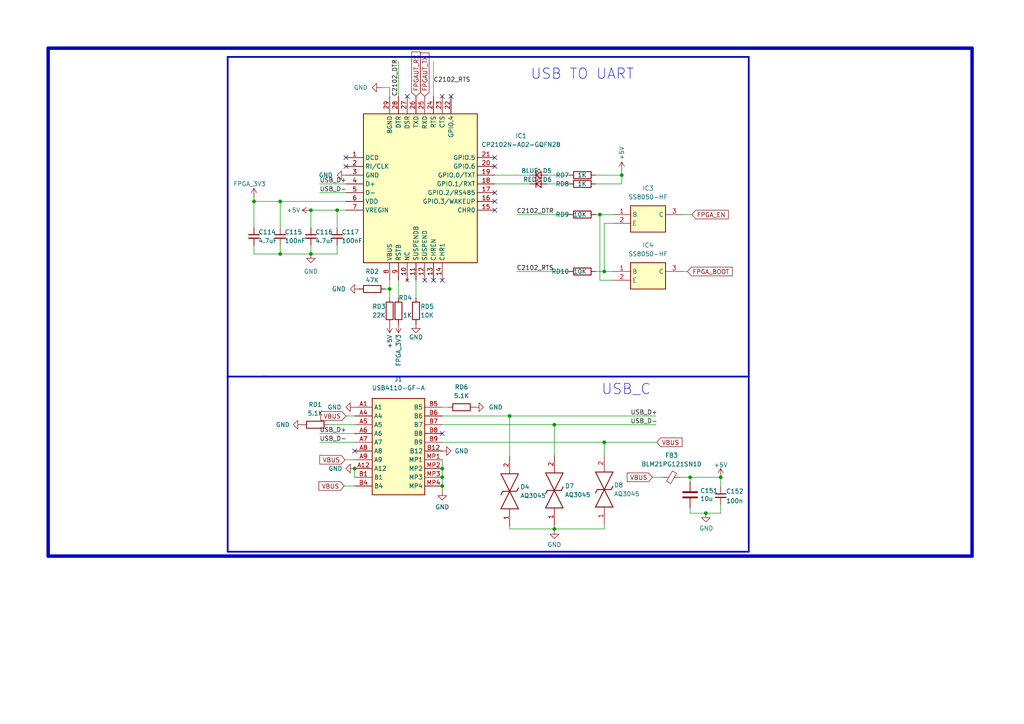
<source format=kicad_sch>
(kicad_sch
	(version 20231120)
	(generator "eeschema")
	(generator_version "8.0")
	(uuid "692e9748-e25b-4a0f-88f6-f13af7380885")
	(paper "A4")
	(lib_symbols
		(symbol "AQ3045-01ETG:AQ3045-01ETG"
			(pin_names hide)
			(exclude_from_sim no)
			(in_bom yes)
			(on_board yes)
			(property "Reference" "D"
				(at 12.7 8.89 0)
				(effects
					(font
						(size 1.27 1.27)
					)
					(justify left bottom)
				)
			)
			(property "Value" "AQ3045-01ETG"
				(at 12.7 6.35 0)
				(effects
					(font
						(size 1.27 1.27)
					)
					(justify left bottom)
				)
			)
			(property "Footprint" "AQ304501ETG"
				(at 12.7 -93.65 0)
				(effects
					(font
						(size 1.27 1.27)
					)
					(justify left bottom)
					(hide yes)
				)
			)
			(property "Datasheet" "http://m.littelfuse.com/~/media/electronics/datasheets/tvs_diode_arrays/littelfuse_tvs_diode_array_aq3045_datasheet.pdf.pdf"
				(at 12.7 -193.65 0)
				(effects
					(font
						(size 1.27 1.27)
					)
					(justify left bottom)
					(hide yes)
				)
			)
			(property "Description" "LITTELFUSE - AQ3045-01ETG - DIODE, AEC-Q101, ESD PROTECTION, SOD-882"
				(at 0 0 0)
				(effects
					(font
						(size 1.27 1.27)
					)
					(hide yes)
				)
			)
			(property "Height" "0.42"
				(at 12.7 -393.65 0)
				(effects
					(font
						(size 1.27 1.27)
					)
					(justify left bottom)
					(hide yes)
				)
			)
			(property "Mouser Part Number" "576-AQ3045-01ETG"
				(at 12.7 -493.65 0)
				(effects
					(font
						(size 1.27 1.27)
					)
					(justify left bottom)
					(hide yes)
				)
			)
			(property "Mouser Price/Stock" "https://www.mouser.co.uk/ProductDetail/Littelfuse/AQ3045-01ETG?qs=lM4gFlnEeEMEfe%252B5jSw4OA%3D%3D"
				(at 12.7 -593.65 0)
				(effects
					(font
						(size 1.27 1.27)
					)
					(justify left bottom)
					(hide yes)
				)
			)
			(property "Manufacturer_Name" "LITTELFUSE"
				(at 12.7 -693.65 0)
				(effects
					(font
						(size 1.27 1.27)
					)
					(justify left bottom)
					(hide yes)
				)
			)
			(property "Manufacturer_Part_Number" "AQ3045-01ETG"
				(at 12.7 -793.65 0)
				(effects
					(font
						(size 1.27 1.27)
					)
					(justify left bottom)
					(hide yes)
				)
			)
			(symbol "AQ3045-01ETG_1_1"
				(polyline
					(pts
						(xy 5.08 2.54) (xy 5.08 -2.54)
					)
					(stroke
						(width 0.254)
						(type default)
					)
					(fill
						(type none)
					)
				)
				(polyline
					(pts
						(xy 5.08 2.54) (xy 10.16 0)
					)
					(stroke
						(width 0.254)
						(type default)
					)
					(fill
						(type none)
					)
				)
				(polyline
					(pts
						(xy 9.144 2.54) (xy 10.16 2.032)
					)
					(stroke
						(width 0.254)
						(type default)
					)
					(fill
						(type none)
					)
				)
				(polyline
					(pts
						(xy 10.16 -2.032) (xy 10.16 2.032)
					)
					(stroke
						(width 0.254)
						(type default)
					)
					(fill
						(type none)
					)
				)
				(polyline
					(pts
						(xy 10.16 -2.032) (xy 11.176 -2.54)
					)
					(stroke
						(width 0.254)
						(type default)
					)
					(fill
						(type none)
					)
				)
				(polyline
					(pts
						(xy 10.16 0) (xy 5.08 -2.54)
					)
					(stroke
						(width 0.254)
						(type default)
					)
					(fill
						(type none)
					)
				)
				(polyline
					(pts
						(xy 10.16 0) (xy 15.24 -2.54)
					)
					(stroke
						(width 0.254)
						(type default)
					)
					(fill
						(type none)
					)
				)
				(polyline
					(pts
						(xy 15.24 2.54) (xy 10.16 0)
					)
					(stroke
						(width 0.254)
						(type default)
					)
					(fill
						(type none)
					)
				)
				(polyline
					(pts
						(xy 15.24 2.54) (xy 15.24 -2.54)
					)
					(stroke
						(width 0.254)
						(type default)
					)
					(fill
						(type none)
					)
				)
				(pin passive line
					(at 0 0 0)
					(length 5.08)
					(name "1"
						(effects
							(font
								(size 1.27 1.27)
							)
						)
					)
					(number "1"
						(effects
							(font
								(size 1.27 1.27)
							)
						)
					)
				)
				(pin passive line
					(at 20.32 0 180)
					(length 5.08)
					(name "2"
						(effects
							(font
								(size 1.27 1.27)
							)
						)
					)
					(number "2"
						(effects
							(font
								(size 1.27 1.27)
							)
						)
					)
				)
			)
		)
		(symbol "CP2102N-A02-GQFN28:CP2102N-A02-GQFN28"
			(exclude_from_sim no)
			(in_bom yes)
			(on_board yes)
			(property "Reference" "IC"
				(at 39.37 17.78 0)
				(effects
					(font
						(size 1.27 1.27)
					)
					(justify left top)
				)
			)
			(property "Value" "CP2102N-A02-GQFN28"
				(at 39.37 15.24 0)
				(effects
					(font
						(size 1.27 1.27)
					)
					(justify left top)
				)
			)
			(property "Footprint" "QFN50P500X500X80-29N-D"
				(at 39.37 -84.76 0)
				(effects
					(font
						(size 1.27 1.27)
					)
					(justify left top)
					(hide yes)
				)
			)
			(property "Datasheet" "https://componentsearchengine.com/Datasheets/2/CP2102N-A02-GQFN28.pdf"
				(at 39.37 -184.76 0)
				(effects
					(font
						(size 1.27 1.27)
					)
					(justify left top)
					(hide yes)
				)
			)
			(property "Description" "SILICON LABS - CP2102N-A02-GQFN28 - USB TO UART BRIDGE, -40 TO 85DEG C"
				(at 0 0 0)
				(effects
					(font
						(size 1.27 1.27)
					)
					(hide yes)
				)
			)
			(property "Height" "0.8"
				(at 39.37 -384.76 0)
				(effects
					(font
						(size 1.27 1.27)
					)
					(justify left top)
					(hide yes)
				)
			)
			(property "Mouser Part Number" "634-CP2102NA02GQFN28"
				(at 39.37 -484.76 0)
				(effects
					(font
						(size 1.27 1.27)
					)
					(justify left top)
					(hide yes)
				)
			)
			(property "Mouser Price/Stock" "https://www.mouser.co.uk/ProductDetail/Silicon-Labs/CP2102N-A02-GQFN28?qs=u16ybLDytRaSBkSkyjYFiA%3D%3D"
				(at 39.37 -584.76 0)
				(effects
					(font
						(size 1.27 1.27)
					)
					(justify left top)
					(hide yes)
				)
			)
			(property "Manufacturer_Name" "Silicon Labs"
				(at 39.37 -684.76 0)
				(effects
					(font
						(size 1.27 1.27)
					)
					(justify left top)
					(hide yes)
				)
			)
			(property "Manufacturer_Part_Number" "CP2102N-A02-GQFN28"
				(at 39.37 -784.76 0)
				(effects
					(font
						(size 1.27 1.27)
					)
					(justify left top)
					(hide yes)
				)
			)
			(symbol "CP2102N-A02-GQFN28_1_1"
				(rectangle
					(start 5.08 12.7)
					(end 38.1 -30.48)
					(stroke
						(width 0.254)
						(type default)
					)
					(fill
						(type background)
					)
				)
				(pin input line
					(at 0 0 0)
					(length 5.08)
					(name "DCD"
						(effects
							(font
								(size 1.27 1.27)
							)
						)
					)
					(number "1"
						(effects
							(font
								(size 1.27 1.27)
							)
						)
					)
				)
				(pin no_connect line
					(at 17.78 -35.56 90)
					(length 5.08)
					(name "NC"
						(effects
							(font
								(size 1.27 1.27)
							)
						)
					)
					(number "10"
						(effects
							(font
								(size 1.27 1.27)
							)
						)
					)
				)
				(pin output line
					(at 20.32 -35.56 90)
					(length 5.08)
					(name "SUSPENDB"
						(effects
							(font
								(size 1.27 1.27)
							)
						)
					)
					(number "11"
						(effects
							(font
								(size 1.27 1.27)
							)
						)
					)
				)
				(pin output line
					(at 22.86 -35.56 90)
					(length 5.08)
					(name "SUSPEND"
						(effects
							(font
								(size 1.27 1.27)
							)
						)
					)
					(number "12"
						(effects
							(font
								(size 1.27 1.27)
							)
						)
					)
				)
				(pin output line
					(at 25.4 -35.56 90)
					(length 5.08)
					(name "CHREN"
						(effects
							(font
								(size 1.27 1.27)
							)
						)
					)
					(number "13"
						(effects
							(font
								(size 1.27 1.27)
							)
						)
					)
				)
				(pin output line
					(at 27.94 -35.56 90)
					(length 5.08)
					(name "CHR1"
						(effects
							(font
								(size 1.27 1.27)
							)
						)
					)
					(number "14"
						(effects
							(font
								(size 1.27 1.27)
							)
						)
					)
				)
				(pin output line
					(at 43.18 -15.24 180)
					(length 5.08)
					(name "CHR0"
						(effects
							(font
								(size 1.27 1.27)
							)
						)
					)
					(number "15"
						(effects
							(font
								(size 1.27 1.27)
							)
						)
					)
				)
				(pin bidirectional line
					(at 43.18 -12.7 180)
					(length 5.08)
					(name "GPIO.3/WAKEUP"
						(effects
							(font
								(size 1.27 1.27)
							)
						)
					)
					(number "16"
						(effects
							(font
								(size 1.27 1.27)
							)
						)
					)
				)
				(pin bidirectional line
					(at 43.18 -10.16 180)
					(length 5.08)
					(name "GPIO.2/RS485"
						(effects
							(font
								(size 1.27 1.27)
							)
						)
					)
					(number "17"
						(effects
							(font
								(size 1.27 1.27)
							)
						)
					)
				)
				(pin bidirectional line
					(at 43.18 -7.62 180)
					(length 5.08)
					(name "GPIO.1/RXT"
						(effects
							(font
								(size 1.27 1.27)
							)
						)
					)
					(number "18"
						(effects
							(font
								(size 1.27 1.27)
							)
						)
					)
				)
				(pin bidirectional line
					(at 43.18 -5.08 180)
					(length 5.08)
					(name "GPIO.0/TXT"
						(effects
							(font
								(size 1.27 1.27)
							)
						)
					)
					(number "19"
						(effects
							(font
								(size 1.27 1.27)
							)
						)
					)
				)
				(pin bidirectional line
					(at 0 -2.54 0)
					(length 5.08)
					(name "RI/CLK"
						(effects
							(font
								(size 1.27 1.27)
							)
						)
					)
					(number "2"
						(effects
							(font
								(size 1.27 1.27)
							)
						)
					)
				)
				(pin bidirectional line
					(at 43.18 -2.54 180)
					(length 5.08)
					(name "GPIO.6"
						(effects
							(font
								(size 1.27 1.27)
							)
						)
					)
					(number "20"
						(effects
							(font
								(size 1.27 1.27)
							)
						)
					)
				)
				(pin bidirectional line
					(at 43.18 0 180)
					(length 5.08)
					(name "GPIO.5"
						(effects
							(font
								(size 1.27 1.27)
							)
						)
					)
					(number "21"
						(effects
							(font
								(size 1.27 1.27)
							)
						)
					)
				)
				(pin bidirectional line
					(at 30.48 17.78 270)
					(length 5.08)
					(name "GPIO.4"
						(effects
							(font
								(size 1.27 1.27)
							)
						)
					)
					(number "22"
						(effects
							(font
								(size 1.27 1.27)
							)
						)
					)
				)
				(pin input line
					(at 27.94 17.78 270)
					(length 5.08)
					(name "CTS"
						(effects
							(font
								(size 1.27 1.27)
							)
						)
					)
					(number "23"
						(effects
							(font
								(size 1.27 1.27)
							)
						)
					)
				)
				(pin output line
					(at 25.4 17.78 270)
					(length 5.08)
					(name "RTS"
						(effects
							(font
								(size 1.27 1.27)
							)
						)
					)
					(number "24"
						(effects
							(font
								(size 1.27 1.27)
							)
						)
					)
				)
				(pin input line
					(at 22.86 17.78 270)
					(length 5.08)
					(name "RXD"
						(effects
							(font
								(size 1.27 1.27)
							)
						)
					)
					(number "25"
						(effects
							(font
								(size 1.27 1.27)
							)
						)
					)
				)
				(pin output line
					(at 20.32 17.78 270)
					(length 5.08)
					(name "TXD"
						(effects
							(font
								(size 1.27 1.27)
							)
						)
					)
					(number "26"
						(effects
							(font
								(size 1.27 1.27)
							)
						)
					)
				)
				(pin input line
					(at 17.78 17.78 270)
					(length 5.08)
					(name "DSR"
						(effects
							(font
								(size 1.27 1.27)
							)
						)
					)
					(number "27"
						(effects
							(font
								(size 1.27 1.27)
							)
						)
					)
				)
				(pin output line
					(at 15.24 17.78 270)
					(length 5.08)
					(name "DTR"
						(effects
							(font
								(size 1.27 1.27)
							)
						)
					)
					(number "28"
						(effects
							(font
								(size 1.27 1.27)
							)
						)
					)
				)
				(pin power_in line
					(at 12.7 17.78 270)
					(length 5.08)
					(name "BGND"
						(effects
							(font
								(size 1.27 1.27)
							)
						)
					)
					(number "29"
						(effects
							(font
								(size 1.27 1.27)
							)
						)
					)
				)
				(pin power_in line
					(at 0 -5.08 0)
					(length 5.08)
					(name "GND"
						(effects
							(font
								(size 1.27 1.27)
							)
						)
					)
					(number "3"
						(effects
							(font
								(size 1.27 1.27)
							)
						)
					)
				)
				(pin bidirectional line
					(at 0 -7.62 0)
					(length 5.08)
					(name "D+"
						(effects
							(font
								(size 1.27 1.27)
							)
						)
					)
					(number "4"
						(effects
							(font
								(size 1.27 1.27)
							)
						)
					)
				)
				(pin bidirectional line
					(at 0 -10.16 0)
					(length 5.08)
					(name "D-"
						(effects
							(font
								(size 1.27 1.27)
							)
						)
					)
					(number "5"
						(effects
							(font
								(size 1.27 1.27)
							)
						)
					)
				)
				(pin power_in line
					(at 0 -12.7 0)
					(length 5.08)
					(name "VDD"
						(effects
							(font
								(size 1.27 1.27)
							)
						)
					)
					(number "6"
						(effects
							(font
								(size 1.27 1.27)
							)
						)
					)
				)
				(pin power_in line
					(at 0 -15.24 0)
					(length 5.08)
					(name "VREGIN"
						(effects
							(font
								(size 1.27 1.27)
							)
						)
					)
					(number "7"
						(effects
							(font
								(size 1.27 1.27)
							)
						)
					)
				)
				(pin input line
					(at 12.7 -35.56 90)
					(length 5.08)
					(name "VBUS"
						(effects
							(font
								(size 1.27 1.27)
							)
						)
					)
					(number "8"
						(effects
							(font
								(size 1.27 1.27)
							)
						)
					)
				)
				(pin input line
					(at 15.24 -35.56 90)
					(length 5.08)
					(name "RSTB"
						(effects
							(font
								(size 1.27 1.27)
							)
						)
					)
					(number "9"
						(effects
							(font
								(size 1.27 1.27)
							)
						)
					)
				)
			)
		)
		(symbol "Device:C"
			(pin_numbers hide)
			(pin_names
				(offset 0.254)
			)
			(exclude_from_sim no)
			(in_bom yes)
			(on_board yes)
			(property "Reference" "C"
				(at 0.635 2.54 0)
				(effects
					(font
						(size 1.27 1.27)
					)
					(justify left)
				)
			)
			(property "Value" "C"
				(at 0.635 -2.54 0)
				(effects
					(font
						(size 1.27 1.27)
					)
					(justify left)
				)
			)
			(property "Footprint" ""
				(at 0.9652 -3.81 0)
				(effects
					(font
						(size 1.27 1.27)
					)
					(hide yes)
				)
			)
			(property "Datasheet" "~"
				(at 0 0 0)
				(effects
					(font
						(size 1.27 1.27)
					)
					(hide yes)
				)
			)
			(property "Description" "Unpolarized capacitor"
				(at 0 0 0)
				(effects
					(font
						(size 1.27 1.27)
					)
					(hide yes)
				)
			)
			(property "ki_keywords" "cap capacitor"
				(at 0 0 0)
				(effects
					(font
						(size 1.27 1.27)
					)
					(hide yes)
				)
			)
			(property "ki_fp_filters" "C_*"
				(at 0 0 0)
				(effects
					(font
						(size 1.27 1.27)
					)
					(hide yes)
				)
			)
			(symbol "C_0_1"
				(polyline
					(pts
						(xy -2.032 -0.762) (xy 2.032 -0.762)
					)
					(stroke
						(width 0.508)
						(type default)
					)
					(fill
						(type none)
					)
				)
				(polyline
					(pts
						(xy -2.032 0.762) (xy 2.032 0.762)
					)
					(stroke
						(width 0.508)
						(type default)
					)
					(fill
						(type none)
					)
				)
			)
			(symbol "C_1_1"
				(pin passive line
					(at 0 3.81 270)
					(length 2.794)
					(name "~"
						(effects
							(font
								(size 1.27 1.27)
							)
						)
					)
					(number "1"
						(effects
							(font
								(size 1.27 1.27)
							)
						)
					)
				)
				(pin passive line
					(at 0 -3.81 90)
					(length 2.794)
					(name "~"
						(effects
							(font
								(size 1.27 1.27)
							)
						)
					)
					(number "2"
						(effects
							(font
								(size 1.27 1.27)
							)
						)
					)
				)
			)
		)
		(symbol "Device:C_Small"
			(pin_numbers hide)
			(pin_names
				(offset 0.254) hide)
			(exclude_from_sim no)
			(in_bom yes)
			(on_board yes)
			(property "Reference" "C"
				(at 0.254 1.778 0)
				(effects
					(font
						(size 1.27 1.27)
					)
					(justify left)
				)
			)
			(property "Value" "C_Small"
				(at 0.254 -2.032 0)
				(effects
					(font
						(size 1.27 1.27)
					)
					(justify left)
				)
			)
			(property "Footprint" ""
				(at 0 0 0)
				(effects
					(font
						(size 1.27 1.27)
					)
					(hide yes)
				)
			)
			(property "Datasheet" "~"
				(at 0 0 0)
				(effects
					(font
						(size 1.27 1.27)
					)
					(hide yes)
				)
			)
			(property "Description" "Unpolarized capacitor, small symbol"
				(at 0 0 0)
				(effects
					(font
						(size 1.27 1.27)
					)
					(hide yes)
				)
			)
			(property "ki_keywords" "capacitor cap"
				(at 0 0 0)
				(effects
					(font
						(size 1.27 1.27)
					)
					(hide yes)
				)
			)
			(property "ki_fp_filters" "C_*"
				(at 0 0 0)
				(effects
					(font
						(size 1.27 1.27)
					)
					(hide yes)
				)
			)
			(symbol "C_Small_0_1"
				(polyline
					(pts
						(xy -1.524 -0.508) (xy 1.524 -0.508)
					)
					(stroke
						(width 0.3302)
						(type default)
					)
					(fill
						(type none)
					)
				)
				(polyline
					(pts
						(xy -1.524 0.508) (xy 1.524 0.508)
					)
					(stroke
						(width 0.3048)
						(type default)
					)
					(fill
						(type none)
					)
				)
			)
			(symbol "C_Small_1_1"
				(pin passive line
					(at 0 2.54 270)
					(length 2.032)
					(name "~"
						(effects
							(font
								(size 1.27 1.27)
							)
						)
					)
					(number "1"
						(effects
							(font
								(size 1.27 1.27)
							)
						)
					)
				)
				(pin passive line
					(at 0 -2.54 90)
					(length 2.032)
					(name "~"
						(effects
							(font
								(size 1.27 1.27)
							)
						)
					)
					(number "2"
						(effects
							(font
								(size 1.27 1.27)
							)
						)
					)
				)
			)
		)
		(symbol "Device:FerriteBead_Small"
			(pin_numbers hide)
			(pin_names
				(offset 0)
			)
			(exclude_from_sim no)
			(in_bom yes)
			(on_board yes)
			(property "Reference" "FB"
				(at 1.905 1.27 0)
				(effects
					(font
						(size 1.27 1.27)
					)
					(justify left)
				)
			)
			(property "Value" "FerriteBead_Small"
				(at 1.905 -1.27 0)
				(effects
					(font
						(size 1.27 1.27)
					)
					(justify left)
				)
			)
			(property "Footprint" ""
				(at -1.778 0 90)
				(effects
					(font
						(size 1.27 1.27)
					)
					(hide yes)
				)
			)
			(property "Datasheet" "~"
				(at 0 0 0)
				(effects
					(font
						(size 1.27 1.27)
					)
					(hide yes)
				)
			)
			(property "Description" "Ferrite bead, small symbol"
				(at 0 0 0)
				(effects
					(font
						(size 1.27 1.27)
					)
					(hide yes)
				)
			)
			(property "ki_keywords" "L ferrite bead inductor filter"
				(at 0 0 0)
				(effects
					(font
						(size 1.27 1.27)
					)
					(hide yes)
				)
			)
			(property "ki_fp_filters" "Inductor_* L_* *Ferrite*"
				(at 0 0 0)
				(effects
					(font
						(size 1.27 1.27)
					)
					(hide yes)
				)
			)
			(symbol "FerriteBead_Small_0_1"
				(polyline
					(pts
						(xy 0 -1.27) (xy 0 -0.7874)
					)
					(stroke
						(width 0)
						(type default)
					)
					(fill
						(type none)
					)
				)
				(polyline
					(pts
						(xy 0 0.889) (xy 0 1.2954)
					)
					(stroke
						(width 0)
						(type default)
					)
					(fill
						(type none)
					)
				)
				(polyline
					(pts
						(xy -1.8288 0.2794) (xy -1.1176 1.4986) (xy 1.8288 -0.2032) (xy 1.1176 -1.4224) (xy -1.8288 0.2794)
					)
					(stroke
						(width 0)
						(type default)
					)
					(fill
						(type none)
					)
				)
			)
			(symbol "FerriteBead_Small_1_1"
				(pin passive line
					(at 0 2.54 270)
					(length 1.27)
					(name "~"
						(effects
							(font
								(size 1.27 1.27)
							)
						)
					)
					(number "1"
						(effects
							(font
								(size 1.27 1.27)
							)
						)
					)
				)
				(pin passive line
					(at 0 -2.54 90)
					(length 1.27)
					(name "~"
						(effects
							(font
								(size 1.27 1.27)
							)
						)
					)
					(number "2"
						(effects
							(font
								(size 1.27 1.27)
							)
						)
					)
				)
			)
		)
		(symbol "Device:LED_Small"
			(pin_numbers hide)
			(pin_names
				(offset 0.254) hide)
			(exclude_from_sim no)
			(in_bom yes)
			(on_board yes)
			(property "Reference" "D"
				(at -1.27 3.175 0)
				(effects
					(font
						(size 1.27 1.27)
					)
					(justify left)
				)
			)
			(property "Value" "LED_Small"
				(at -4.445 -2.54 0)
				(effects
					(font
						(size 1.27 1.27)
					)
					(justify left)
				)
			)
			(property "Footprint" ""
				(at 0 0 90)
				(effects
					(font
						(size 1.27 1.27)
					)
					(hide yes)
				)
			)
			(property "Datasheet" "~"
				(at 0 0 90)
				(effects
					(font
						(size 1.27 1.27)
					)
					(hide yes)
				)
			)
			(property "Description" "Light emitting diode, small symbol"
				(at 0 0 0)
				(effects
					(font
						(size 1.27 1.27)
					)
					(hide yes)
				)
			)
			(property "ki_keywords" "LED diode light-emitting-diode"
				(at 0 0 0)
				(effects
					(font
						(size 1.27 1.27)
					)
					(hide yes)
				)
			)
			(property "ki_fp_filters" "LED* LED_SMD:* LED_THT:*"
				(at 0 0 0)
				(effects
					(font
						(size 1.27 1.27)
					)
					(hide yes)
				)
			)
			(symbol "LED_Small_0_1"
				(polyline
					(pts
						(xy -0.762 -1.016) (xy -0.762 1.016)
					)
					(stroke
						(width 0.254)
						(type default)
					)
					(fill
						(type none)
					)
				)
				(polyline
					(pts
						(xy 1.016 0) (xy -0.762 0)
					)
					(stroke
						(width 0)
						(type default)
					)
					(fill
						(type none)
					)
				)
				(polyline
					(pts
						(xy 0.762 -1.016) (xy -0.762 0) (xy 0.762 1.016) (xy 0.762 -1.016)
					)
					(stroke
						(width 0.254)
						(type default)
					)
					(fill
						(type none)
					)
				)
				(polyline
					(pts
						(xy 0 0.762) (xy -0.508 1.27) (xy -0.254 1.27) (xy -0.508 1.27) (xy -0.508 1.016)
					)
					(stroke
						(width 0)
						(type default)
					)
					(fill
						(type none)
					)
				)
				(polyline
					(pts
						(xy 0.508 1.27) (xy 0 1.778) (xy 0.254 1.778) (xy 0 1.778) (xy 0 1.524)
					)
					(stroke
						(width 0)
						(type default)
					)
					(fill
						(type none)
					)
				)
			)
			(symbol "LED_Small_1_1"
				(pin passive line
					(at -2.54 0 0)
					(length 1.778)
					(name "K"
						(effects
							(font
								(size 1.27 1.27)
							)
						)
					)
					(number "1"
						(effects
							(font
								(size 1.27 1.27)
							)
						)
					)
				)
				(pin passive line
					(at 2.54 0 180)
					(length 1.778)
					(name "A"
						(effects
							(font
								(size 1.27 1.27)
							)
						)
					)
					(number "2"
						(effects
							(font
								(size 1.27 1.27)
							)
						)
					)
				)
			)
		)
		(symbol "Device:R"
			(pin_numbers hide)
			(pin_names
				(offset 0)
			)
			(exclude_from_sim no)
			(in_bom yes)
			(on_board yes)
			(property "Reference" "R"
				(at 2.032 0 90)
				(effects
					(font
						(size 1.27 1.27)
					)
				)
			)
			(property "Value" "R"
				(at 0 0 90)
				(effects
					(font
						(size 1.27 1.27)
					)
				)
			)
			(property "Footprint" ""
				(at -1.778 0 90)
				(effects
					(font
						(size 1.27 1.27)
					)
					(hide yes)
				)
			)
			(property "Datasheet" "~"
				(at 0 0 0)
				(effects
					(font
						(size 1.27 1.27)
					)
					(hide yes)
				)
			)
			(property "Description" "Resistor"
				(at 0 0 0)
				(effects
					(font
						(size 1.27 1.27)
					)
					(hide yes)
				)
			)
			(property "ki_keywords" "R res resistor"
				(at 0 0 0)
				(effects
					(font
						(size 1.27 1.27)
					)
					(hide yes)
				)
			)
			(property "ki_fp_filters" "R_*"
				(at 0 0 0)
				(effects
					(font
						(size 1.27 1.27)
					)
					(hide yes)
				)
			)
			(symbol "R_0_1"
				(rectangle
					(start -1.016 -2.54)
					(end 1.016 2.54)
					(stroke
						(width 0.254)
						(type default)
					)
					(fill
						(type none)
					)
				)
			)
			(symbol "R_1_1"
				(pin passive line
					(at 0 3.81 270)
					(length 1.27)
					(name "~"
						(effects
							(font
								(size 1.27 1.27)
							)
						)
					)
					(number "1"
						(effects
							(font
								(size 1.27 1.27)
							)
						)
					)
				)
				(pin passive line
					(at 0 -3.81 90)
					(length 1.27)
					(name "~"
						(effects
							(font
								(size 1.27 1.27)
							)
						)
					)
					(number "2"
						(effects
							(font
								(size 1.27 1.27)
							)
						)
					)
				)
			)
		)
		(symbol "SS8050-HF:SS8050-HF"
			(exclude_from_sim no)
			(in_bom yes)
			(on_board yes)
			(property "Reference" "IC"
				(at 16.51 7.62 0)
				(effects
					(font
						(size 1.27 1.27)
					)
					(justify left top)
				)
			)
			(property "Value" "SS8050-HF"
				(at 16.51 5.08 0)
				(effects
					(font
						(size 1.27 1.27)
					)
					(justify left top)
				)
			)
			(property "Footprint" "SOT95P240X115-3N"
				(at 16.51 -94.92 0)
				(effects
					(font
						(size 1.27 1.27)
					)
					(justify left top)
					(hide yes)
				)
			)
			(property "Datasheet" ""
				(at 16.51 -194.92 0)
				(effects
					(font
						(size 1.27 1.27)
					)
					(justify left top)
					(hide yes)
				)
			)
			(property "Description" "Bipolar Transistors - BJT TRANS NPN 1.5A 40V SOT-23 R"
				(at 0 0 0)
				(effects
					(font
						(size 1.27 1.27)
					)
					(hide yes)
				)
			)
			(property "Height" "1.15"
				(at 16.51 -394.92 0)
				(effects
					(font
						(size 1.27 1.27)
					)
					(justify left top)
					(hide yes)
				)
			)
			(property "Mouser Part Number" "750-SS8050-HF"
				(at 16.51 -494.92 0)
				(effects
					(font
						(size 1.27 1.27)
					)
					(justify left top)
					(hide yes)
				)
			)
			(property "Mouser Price/Stock" "https://www.mouser.co.uk/ProductDetail/Comchip-Technology/SS8050-HF?qs=T%252BzbugeAwjjubHjgf%252BCy6w%3D%3D"
				(at 16.51 -594.92 0)
				(effects
					(font
						(size 1.27 1.27)
					)
					(justify left top)
					(hide yes)
				)
			)
			(property "Manufacturer_Name" "Comchip Technology"
				(at 16.51 -694.92 0)
				(effects
					(font
						(size 1.27 1.27)
					)
					(justify left top)
					(hide yes)
				)
			)
			(property "Manufacturer_Part_Number" "SS8050-HF"
				(at 16.51 -794.92 0)
				(effects
					(font
						(size 1.27 1.27)
					)
					(justify left top)
					(hide yes)
				)
			)
			(symbol "SS8050-HF_1_1"
				(rectangle
					(start 5.08 2.54)
					(end 15.24 -5.08)
					(stroke
						(width 0.254)
						(type default)
					)
					(fill
						(type background)
					)
				)
				(pin passive line
					(at 0 0 0)
					(length 5.08)
					(name "B"
						(effects
							(font
								(size 1.27 1.27)
							)
						)
					)
					(number "1"
						(effects
							(font
								(size 1.27 1.27)
							)
						)
					)
				)
				(pin passive line
					(at 0 -2.54 0)
					(length 5.08)
					(name "E"
						(effects
							(font
								(size 1.27 1.27)
							)
						)
					)
					(number "2"
						(effects
							(font
								(size 1.27 1.27)
							)
						)
					)
				)
				(pin passive line
					(at 20.32 0 180)
					(length 5.08)
					(name "C"
						(effects
							(font
								(size 1.27 1.27)
							)
						)
					)
					(number "3"
						(effects
							(font
								(size 1.27 1.27)
							)
						)
					)
				)
			)
		)
		(symbol "USB4110-GF-AA:USB4110-GF-A"
			(exclude_from_sim no)
			(in_bom yes)
			(on_board yes)
			(property "Reference" "J"
				(at 21.59 7.62 0)
				(effects
					(font
						(size 1.27 1.27)
					)
					(justify left top)
				)
			)
			(property "Value" "USB4110-GF-A"
				(at 21.59 5.08 0)
				(effects
					(font
						(size 1.27 1.27)
					)
					(justify left top)
				)
			)
			(property "Footprint" "USB4110GFA"
				(at 21.59 -94.92 0)
				(effects
					(font
						(size 1.27 1.27)
					)
					(justify left top)
					(hide yes)
				)
			)
			(property "Datasheet" "https://gct.co/files/drawings/usb4110.pdf"
				(at 21.59 -194.92 0)
				(effects
					(font
						(size 1.27 1.27)
					)
					(justify left top)
					(hide yes)
				)
			)
			(property "Description" "CONN USB 2.0 TYPE-C R/A SMT"
				(at 0 0 0)
				(effects
					(font
						(size 1.27 1.27)
					)
					(hide yes)
				)
			)
			(property "Height" "3.26"
				(at 21.59 -394.92 0)
				(effects
					(font
						(size 1.27 1.27)
					)
					(justify left top)
					(hide yes)
				)
			)
			(property "Mouser Part Number" "640-USB4110-GF-A"
				(at 21.59 -494.92 0)
				(effects
					(font
						(size 1.27 1.27)
					)
					(justify left top)
					(hide yes)
				)
			)
			(property "Mouser Price/Stock" "https://www.mouser.co.uk/ProductDetail/GCT/USB4110-GF-A?qs=KUoIvG%2F9IlYiZvIXQjyJeA%3D%3D"
				(at 21.59 -594.92 0)
				(effects
					(font
						(size 1.27 1.27)
					)
					(justify left top)
					(hide yes)
				)
			)
			(property "Manufacturer_Name" "GCT (GLOBAL CONNECTOR TECHNOLOGY)"
				(at 21.59 -694.92 0)
				(effects
					(font
						(size 1.27 1.27)
					)
					(justify left top)
					(hide yes)
				)
			)
			(property "Manufacturer_Part_Number" "USB4110-GF-A"
				(at 21.59 -794.92 0)
				(effects
					(font
						(size 1.27 1.27)
					)
					(justify left top)
					(hide yes)
				)
			)
			(symbol "USB4110-GF-A_1_1"
				(rectangle
					(start 5.08 2.54)
					(end 20.32 -25.4)
					(stroke
						(width 0.254)
						(type default)
					)
					(fill
						(type background)
					)
				)
				(pin passive line
					(at 0 0 0)
					(length 5.08)
					(name "A1"
						(effects
							(font
								(size 1.27 1.27)
							)
						)
					)
					(number "A1"
						(effects
							(font
								(size 1.27 1.27)
							)
						)
					)
				)
				(pin passive line
					(at 0 -17.78 0)
					(length 5.08)
					(name "A12"
						(effects
							(font
								(size 1.27 1.27)
							)
						)
					)
					(number "A12"
						(effects
							(font
								(size 1.27 1.27)
							)
						)
					)
				)
				(pin passive line
					(at 0 -2.54 0)
					(length 5.08)
					(name "A4"
						(effects
							(font
								(size 1.27 1.27)
							)
						)
					)
					(number "A4"
						(effects
							(font
								(size 1.27 1.27)
							)
						)
					)
				)
				(pin passive line
					(at 0 -5.08 0)
					(length 5.08)
					(name "A5"
						(effects
							(font
								(size 1.27 1.27)
							)
						)
					)
					(number "A5"
						(effects
							(font
								(size 1.27 1.27)
							)
						)
					)
				)
				(pin passive line
					(at 0 -7.62 0)
					(length 5.08)
					(name "A6"
						(effects
							(font
								(size 1.27 1.27)
							)
						)
					)
					(number "A6"
						(effects
							(font
								(size 1.27 1.27)
							)
						)
					)
				)
				(pin passive line
					(at 0 -10.16 0)
					(length 5.08)
					(name "A7"
						(effects
							(font
								(size 1.27 1.27)
							)
						)
					)
					(number "A7"
						(effects
							(font
								(size 1.27 1.27)
							)
						)
					)
				)
				(pin passive line
					(at 0 -12.7 0)
					(length 5.08)
					(name "A8"
						(effects
							(font
								(size 1.27 1.27)
							)
						)
					)
					(number "A8"
						(effects
							(font
								(size 1.27 1.27)
							)
						)
					)
				)
				(pin passive line
					(at 0 -15.24 0)
					(length 5.08)
					(name "A9"
						(effects
							(font
								(size 1.27 1.27)
							)
						)
					)
					(number "A9"
						(effects
							(font
								(size 1.27 1.27)
							)
						)
					)
				)
				(pin passive line
					(at 0 -20.32 0)
					(length 5.08)
					(name "B1"
						(effects
							(font
								(size 1.27 1.27)
							)
						)
					)
					(number "B1"
						(effects
							(font
								(size 1.27 1.27)
							)
						)
					)
				)
				(pin passive line
					(at 25.4 -12.7 180)
					(length 5.08)
					(name "B12"
						(effects
							(font
								(size 1.27 1.27)
							)
						)
					)
					(number "B12"
						(effects
							(font
								(size 1.27 1.27)
							)
						)
					)
				)
				(pin passive line
					(at 0 -22.86 0)
					(length 5.08)
					(name "B4"
						(effects
							(font
								(size 1.27 1.27)
							)
						)
					)
					(number "B4"
						(effects
							(font
								(size 1.27 1.27)
							)
						)
					)
				)
				(pin passive line
					(at 25.4 0 180)
					(length 5.08)
					(name "B5"
						(effects
							(font
								(size 1.27 1.27)
							)
						)
					)
					(number "B5"
						(effects
							(font
								(size 1.27 1.27)
							)
						)
					)
				)
				(pin passive line
					(at 25.4 -2.54 180)
					(length 5.08)
					(name "B6"
						(effects
							(font
								(size 1.27 1.27)
							)
						)
					)
					(number "B6"
						(effects
							(font
								(size 1.27 1.27)
							)
						)
					)
				)
				(pin passive line
					(at 25.4 -5.08 180)
					(length 5.08)
					(name "B7"
						(effects
							(font
								(size 1.27 1.27)
							)
						)
					)
					(number "B7"
						(effects
							(font
								(size 1.27 1.27)
							)
						)
					)
				)
				(pin passive line
					(at 25.4 -7.62 180)
					(length 5.08)
					(name "B8"
						(effects
							(font
								(size 1.27 1.27)
							)
						)
					)
					(number "B8"
						(effects
							(font
								(size 1.27 1.27)
							)
						)
					)
				)
				(pin passive line
					(at 25.4 -10.16 180)
					(length 5.08)
					(name "B9"
						(effects
							(font
								(size 1.27 1.27)
							)
						)
					)
					(number "B9"
						(effects
							(font
								(size 1.27 1.27)
							)
						)
					)
				)
				(pin passive line
					(at 25.4 -15.24 180)
					(length 5.08)
					(name "MP1"
						(effects
							(font
								(size 1.27 1.27)
							)
						)
					)
					(number "MP1"
						(effects
							(font
								(size 1.27 1.27)
							)
						)
					)
				)
				(pin passive line
					(at 25.4 -17.78 180)
					(length 5.08)
					(name "MP2"
						(effects
							(font
								(size 1.27 1.27)
							)
						)
					)
					(number "MP2"
						(effects
							(font
								(size 1.27 1.27)
							)
						)
					)
				)
				(pin passive line
					(at 25.4 -20.32 180)
					(length 5.08)
					(name "MP3"
						(effects
							(font
								(size 1.27 1.27)
							)
						)
					)
					(number "MP3"
						(effects
							(font
								(size 1.27 1.27)
							)
						)
					)
				)
				(pin passive line
					(at 25.4 -22.86 180)
					(length 5.08)
					(name "MP4"
						(effects
							(font
								(size 1.27 1.27)
							)
						)
					)
					(number "MP4"
						(effects
							(font
								(size 1.27 1.27)
							)
						)
					)
				)
			)
		)
		(symbol "power:+1V8"
			(power)
			(pin_numbers hide)
			(pin_names
				(offset 0) hide)
			(exclude_from_sim no)
			(in_bom yes)
			(on_board yes)
			(property "Reference" "#PWR"
				(at 0 -3.81 0)
				(effects
					(font
						(size 1.27 1.27)
					)
					(hide yes)
				)
			)
			(property "Value" "+1V8"
				(at 0 3.556 0)
				(effects
					(font
						(size 1.27 1.27)
					)
				)
			)
			(property "Footprint" ""
				(at 0 0 0)
				(effects
					(font
						(size 1.27 1.27)
					)
					(hide yes)
				)
			)
			(property "Datasheet" ""
				(at 0 0 0)
				(effects
					(font
						(size 1.27 1.27)
					)
					(hide yes)
				)
			)
			(property "Description" "Power symbol creates a global label with name \"+1V8\""
				(at 0 0 0)
				(effects
					(font
						(size 1.27 1.27)
					)
					(hide yes)
				)
			)
			(property "ki_keywords" "global power"
				(at 0 0 0)
				(effects
					(font
						(size 1.27 1.27)
					)
					(hide yes)
				)
			)
			(symbol "+1V8_0_1"
				(polyline
					(pts
						(xy -0.762 1.27) (xy 0 2.54)
					)
					(stroke
						(width 0)
						(type default)
					)
					(fill
						(type none)
					)
				)
				(polyline
					(pts
						(xy 0 0) (xy 0 2.54)
					)
					(stroke
						(width 0)
						(type default)
					)
					(fill
						(type none)
					)
				)
				(polyline
					(pts
						(xy 0 2.54) (xy 0.762 1.27)
					)
					(stroke
						(width 0)
						(type default)
					)
					(fill
						(type none)
					)
				)
			)
			(symbol "+1V8_1_1"
				(pin power_in line
					(at 0 0 90)
					(length 0)
					(name "~"
						(effects
							(font
								(size 1.27 1.27)
							)
						)
					)
					(number "1"
						(effects
							(font
								(size 1.27 1.27)
							)
						)
					)
				)
			)
		)
		(symbol "power:+5V"
			(power)
			(pin_numbers hide)
			(pin_names
				(offset 0) hide)
			(exclude_from_sim no)
			(in_bom yes)
			(on_board yes)
			(property "Reference" "#PWR"
				(at 0 -3.81 0)
				(effects
					(font
						(size 1.27 1.27)
					)
					(hide yes)
				)
			)
			(property "Value" "+5V"
				(at 0 3.556 0)
				(effects
					(font
						(size 1.27 1.27)
					)
				)
			)
			(property "Footprint" ""
				(at 0 0 0)
				(effects
					(font
						(size 1.27 1.27)
					)
					(hide yes)
				)
			)
			(property "Datasheet" ""
				(at 0 0 0)
				(effects
					(font
						(size 1.27 1.27)
					)
					(hide yes)
				)
			)
			(property "Description" "Power symbol creates a global label with name \"+5V\""
				(at 0 0 0)
				(effects
					(font
						(size 1.27 1.27)
					)
					(hide yes)
				)
			)
			(property "ki_keywords" "global power"
				(at 0 0 0)
				(effects
					(font
						(size 1.27 1.27)
					)
					(hide yes)
				)
			)
			(symbol "+5V_0_1"
				(polyline
					(pts
						(xy -0.762 1.27) (xy 0 2.54)
					)
					(stroke
						(width 0)
						(type default)
					)
					(fill
						(type none)
					)
				)
				(polyline
					(pts
						(xy 0 0) (xy 0 2.54)
					)
					(stroke
						(width 0)
						(type default)
					)
					(fill
						(type none)
					)
				)
				(polyline
					(pts
						(xy 0 2.54) (xy 0.762 1.27)
					)
					(stroke
						(width 0)
						(type default)
					)
					(fill
						(type none)
					)
				)
			)
			(symbol "+5V_1_1"
				(pin power_in line
					(at 0 0 90)
					(length 0)
					(name "~"
						(effects
							(font
								(size 1.27 1.27)
							)
						)
					)
					(number "1"
						(effects
							(font
								(size 1.27 1.27)
							)
						)
					)
				)
			)
		)
		(symbol "power:GND"
			(power)
			(pin_numbers hide)
			(pin_names
				(offset 0) hide)
			(exclude_from_sim no)
			(in_bom yes)
			(on_board yes)
			(property "Reference" "#PWR"
				(at 0 -6.35 0)
				(effects
					(font
						(size 1.27 1.27)
					)
					(hide yes)
				)
			)
			(property "Value" "GND"
				(at 0 -3.81 0)
				(effects
					(font
						(size 1.27 1.27)
					)
				)
			)
			(property "Footprint" ""
				(at 0 0 0)
				(effects
					(font
						(size 1.27 1.27)
					)
					(hide yes)
				)
			)
			(property "Datasheet" ""
				(at 0 0 0)
				(effects
					(font
						(size 1.27 1.27)
					)
					(hide yes)
				)
			)
			(property "Description" "Power symbol creates a global label with name \"GND\" , ground"
				(at 0 0 0)
				(effects
					(font
						(size 1.27 1.27)
					)
					(hide yes)
				)
			)
			(property "ki_keywords" "global power"
				(at 0 0 0)
				(effects
					(font
						(size 1.27 1.27)
					)
					(hide yes)
				)
			)
			(symbol "GND_0_1"
				(polyline
					(pts
						(xy 0 0) (xy 0 -1.27) (xy 1.27 -1.27) (xy 0 -2.54) (xy -1.27 -1.27) (xy 0 -1.27)
					)
					(stroke
						(width 0)
						(type default)
					)
					(fill
						(type none)
					)
				)
			)
			(symbol "GND_1_1"
				(pin power_in line
					(at 0 0 270)
					(length 0)
					(name "~"
						(effects
							(font
								(size 1.27 1.27)
							)
						)
					)
					(number "1"
						(effects
							(font
								(size 1.27 1.27)
							)
						)
					)
				)
			)
		)
	)
	(junction
		(at 180.34 50.8)
		(diameter 0)
		(color 0 0 0 0)
		(uuid "32fc1600-809c-4d40-a764-d9d4980ff041")
	)
	(junction
		(at 97.79 60.96)
		(diameter 0)
		(color 0 0 0 0)
		(uuid "348c2e19-c83f-4ddb-ab39-c8ea41215afc")
	)
	(junction
		(at 90.17 60.96)
		(diameter 0)
		(color 0 0 0 0)
		(uuid "386fc82e-93ad-41bd-af50-f39cd0b21262")
	)
	(junction
		(at 113.03 83.82)
		(diameter 0)
		(color 0 0 0 0)
		(uuid "3d460994-6f6c-41f1-b07a-8f1f060f59fb")
	)
	(junction
		(at 173.99 62.23)
		(diameter 0)
		(color 0 0 0 0)
		(uuid "3e902a56-0e60-451f-861d-9b961790aebe")
	)
	(junction
		(at 160.782 153.416)
		(diameter 0)
		(color 0 0 0 0)
		(uuid "3fe97cf3-a401-4cbe-91a8-20b414aa468a")
	)
	(junction
		(at 90.17 73.66)
		(diameter 0)
		(color 0 0 0 0)
		(uuid "542b2593-0879-4806-871c-0d8ec73dc0af")
	)
	(junction
		(at 128.27 140.97)
		(diameter 0)
		(color 0 0 0 0)
		(uuid "69b3c0c6-4d60-4916-aedd-cb9237a8b0f6")
	)
	(junction
		(at 102.87 135.89)
		(diameter 0)
		(color 0 0 0 0)
		(uuid "747aba6e-0130-4f9c-a84b-3183e9c422ec")
	)
	(junction
		(at 128.27 135.89)
		(diameter 0)
		(color 0 0 0 0)
		(uuid "7717a4ef-657d-41cf-b26b-9910f2203a69")
	)
	(junction
		(at 175.26 128.27)
		(diameter 0)
		(color 0 0 0 0)
		(uuid "78e9367b-50eb-424a-838f-47b74ad3d166")
	)
	(junction
		(at 128.27 138.43)
		(diameter 0)
		(color 0 0 0 0)
		(uuid "7efeb3f3-2135-47dd-b134-5c3a203892f4")
	)
	(junction
		(at 209.042 138.43)
		(diameter 0)
		(color 0 0 0 0)
		(uuid "88a5fa50-fe8b-45b5-8ebc-192e1ed6ae89")
	)
	(junction
		(at 73.66 58.42)
		(diameter 0)
		(color 0 0 0 0)
		(uuid "90c81e6c-ac5b-44b2-9ba7-a71443db732c")
	)
	(junction
		(at 200.152 138.43)
		(diameter 0)
		(color 0 0 0 0)
		(uuid "a2de5c6e-c60d-46cf-87e0-2e6ea33ae3dc")
	)
	(junction
		(at 160.782 123.19)
		(diameter 0)
		(color 0 0 0 0)
		(uuid "bd069e22-8207-4395-b8d1-19de45bf109c")
	)
	(junction
		(at 147.828 120.65)
		(diameter 0)
		(color 0 0 0 0)
		(uuid "d943efb9-8c38-4ce9-b87c-51bee2415823")
	)
	(junction
		(at 81.28 58.42)
		(diameter 0)
		(color 0 0 0 0)
		(uuid "db35b965-c5d4-4f80-a208-5af53c9f0da7")
	)
	(junction
		(at 81.28 73.66)
		(diameter 0)
		(color 0 0 0 0)
		(uuid "e201be0d-3be8-4a00-990e-2a1f7c4a1df7")
	)
	(junction
		(at 204.724 148.844)
		(diameter 0)
		(color 0 0 0 0)
		(uuid "f3eec671-5309-4658-9536-957da7dc7cb3")
	)
	(junction
		(at 175.26 78.74)
		(diameter 0)
		(color 0 0 0 0)
		(uuid "fb3fb466-c9ea-4f33-a955-4e598806d200")
	)
	(no_connect
		(at 143.51 55.88)
		(uuid "0210252e-e3c8-452b-a864-9fa6eed3a99c")
	)
	(no_connect
		(at 128.27 81.28)
		(uuid "1700b77f-595b-4cad-8913-cc372313a1fa")
	)
	(no_connect
		(at 102.87 130.81)
		(uuid "17cb3921-ce01-4bb2-80d0-240d0f3792b8")
	)
	(no_connect
		(at 130.81 27.94)
		(uuid "2c7beea6-1795-4bdf-91f3-0ea0ca329495")
	)
	(no_connect
		(at 143.51 48.26)
		(uuid "4d8fd416-2018-402f-8017-1162945dfcc3")
	)
	(no_connect
		(at 100.33 48.26)
		(uuid "57727dfe-5cd2-4122-a2fa-3e93cf818e70")
	)
	(no_connect
		(at 123.19 81.28)
		(uuid "613e0acd-6b92-4b17-9f86-1b1a3f0e0014")
	)
	(no_connect
		(at 143.51 58.42)
		(uuid "76bb7254-356c-4040-b6a1-64e4e01f565b")
	)
	(no_connect
		(at 128.27 125.73)
		(uuid "8e5593b4-6681-40db-90c5-8609439f438a")
	)
	(no_connect
		(at 118.11 27.94)
		(uuid "9353950b-ff89-4bd0-8470-070f375d89ee")
	)
	(no_connect
		(at 100.33 45.72)
		(uuid "945f9e40-2a2f-4399-829a-0219b176ec1e")
	)
	(no_connect
		(at 143.51 60.96)
		(uuid "af4beb91-9283-4a18-94dc-14c40a93b155")
	)
	(no_connect
		(at 125.73 81.28)
		(uuid "bbcab745-7056-4295-8f80-bff1ca560e6e")
	)
	(no_connect
		(at 143.51 45.72)
		(uuid "e51ebc0b-e9e4-4667-9e04-f49a1b68ad34")
	)
	(no_connect
		(at 128.27 27.94)
		(uuid "f42cbf36-7df7-46c3-bf70-e7f8406936fa")
	)
	(wire
		(pts
			(xy 81.28 58.42) (xy 100.33 58.42)
		)
		(stroke
			(width 0)
			(type default)
		)
		(uuid "00ceb836-18a7-4a11-8ee4-775dd9b0904d")
	)
	(wire
		(pts
			(xy 73.66 57.15) (xy 73.66 58.42)
		)
		(stroke
			(width 0)
			(type default)
		)
		(uuid "0191fe5f-402d-4567-8798-b2f92dda49b1")
	)
	(wire
		(pts
			(xy 128.27 133.35) (xy 128.27 135.89)
		)
		(stroke
			(width 0)
			(type default)
		)
		(uuid "01f3f14f-df53-4d51-817b-c9cb66e82c8b")
	)
	(wire
		(pts
			(xy 204.724 148.844) (xy 200.152 148.844)
		)
		(stroke
			(width 0)
			(type default)
		)
		(uuid "031ca66b-a281-47a2-a5d9-c36d847cf816")
	)
	(wire
		(pts
			(xy 143.51 53.34) (xy 153.67 53.34)
		)
		(stroke
			(width 0)
			(type default)
		)
		(uuid "03aac801-d4ab-482f-a44f-959c679bc8ed")
	)
	(wire
		(pts
			(xy 73.66 58.42) (xy 73.66 66.04)
		)
		(stroke
			(width 0)
			(type default)
		)
		(uuid "05e2d821-d489-4aca-9ed3-3d835f6d7471")
	)
	(wire
		(pts
			(xy 200.66 62.23) (xy 198.12 62.23)
		)
		(stroke
			(width 0)
			(type default)
		)
		(uuid "0646b0f3-5b97-4742-8ef8-176230c23978")
	)
	(wire
		(pts
			(xy 110.49 25.4) (xy 113.03 25.4)
		)
		(stroke
			(width 0)
			(type default)
		)
		(uuid "0aab11c5-cbba-4d2e-8526-bc71af85bbe0")
	)
	(wire
		(pts
			(xy 197.358 138.43) (xy 200.152 138.43)
		)
		(stroke
			(width 0)
			(type default)
		)
		(uuid "0aee003c-fa98-44e1-bfb5-82ed8a73e464")
	)
	(wire
		(pts
			(xy 180.34 50.8) (xy 172.72 50.8)
		)
		(stroke
			(width 0)
			(type default)
		)
		(uuid "0d408549-91d7-4072-a729-adc1d5de1108")
	)
	(wire
		(pts
			(xy 160.782 123.19) (xy 160.782 132.08)
		)
		(stroke
			(width 0)
			(type default)
		)
		(uuid "0db3ab07-875c-4e15-96fc-822db65ef3c3")
	)
	(wire
		(pts
			(xy 97.79 60.96) (xy 90.17 60.96)
		)
		(stroke
			(width 0)
			(type default)
		)
		(uuid "0f41ed39-62d0-4193-8944-19a62d37c6bf")
	)
	(wire
		(pts
			(xy 200.152 148.844) (xy 200.152 147.32)
		)
		(stroke
			(width 0)
			(type default)
		)
		(uuid "1050817c-0ef3-4ab4-ba32-66ade0e0c2ff")
	)
	(wire
		(pts
			(xy 102.87 135.89) (xy 102.87 138.43)
		)
		(stroke
			(width 0)
			(type default)
		)
		(uuid "10f18d2e-8e7a-43fb-8d3b-1e8c79b60b29")
	)
	(wire
		(pts
			(xy 149.86 78.74) (xy 165.1 78.74)
		)
		(stroke
			(width 0)
			(type default)
		)
		(uuid "1215d287-2e8a-4507-b4ac-315e0831ab99")
	)
	(wire
		(pts
			(xy 92.71 125.73) (xy 102.87 125.73)
		)
		(stroke
			(width 0)
			(type default)
		)
		(uuid "14f9dab3-5b78-4968-b9d3-77aaa385525e")
	)
	(wire
		(pts
			(xy 113.03 81.28) (xy 113.03 83.82)
		)
		(stroke
			(width 0)
			(type default)
		)
		(uuid "17bf5db5-d50e-4f03-ab3a-f86619e8b152")
	)
	(wire
		(pts
			(xy 113.03 25.4) (xy 113.03 27.94)
		)
		(stroke
			(width 0)
			(type default)
		)
		(uuid "1adf1049-aec1-4b0b-894f-f67fc06ea917")
	)
	(wire
		(pts
			(xy 175.26 153.416) (xy 160.782 153.416)
		)
		(stroke
			(width 0)
			(type default)
		)
		(uuid "1c84df83-3acd-4754-b68d-1ee85da66b33")
	)
	(wire
		(pts
			(xy 172.72 62.23) (xy 173.99 62.23)
		)
		(stroke
			(width 0)
			(type default)
		)
		(uuid "1e84139c-90da-45a6-b4a3-6f6368df0895")
	)
	(wire
		(pts
			(xy 73.66 73.66) (xy 81.28 73.66)
		)
		(stroke
			(width 0)
			(type default)
		)
		(uuid "1f61668c-f221-4f97-9302-e6a0961d2704")
	)
	(wire
		(pts
			(xy 180.34 53.34) (xy 180.34 50.8)
		)
		(stroke
			(width 0)
			(type default)
		)
		(uuid "1fff4fa1-82c2-407c-9c6f-7975d760b3a4")
	)
	(wire
		(pts
			(xy 92.71 53.34) (xy 100.33 53.34)
		)
		(stroke
			(width 0)
			(type default)
		)
		(uuid "21e5b418-60f0-44fc-bd06-1347611a44d4")
	)
	(wire
		(pts
			(xy 160.782 153.67) (xy 160.782 153.416)
		)
		(stroke
			(width 0)
			(type default)
		)
		(uuid "22cf740a-bf35-4546-954c-04fc495a43e8")
	)
	(wire
		(pts
			(xy 147.828 153.416) (xy 147.828 152.654)
		)
		(stroke
			(width 0)
			(type default)
		)
		(uuid "24508003-3d4f-42ab-abf6-5cb1026cb27e")
	)
	(wire
		(pts
			(xy 175.26 64.77) (xy 177.8 64.77)
		)
		(stroke
			(width 0)
			(type default)
		)
		(uuid "24f0676a-95d3-4098-a08e-fa6eaafc2a4b")
	)
	(wire
		(pts
			(xy 73.66 58.42) (xy 81.28 58.42)
		)
		(stroke
			(width 0)
			(type default)
		)
		(uuid "25543e22-76e8-49cf-9e7c-72b268dc23f6")
	)
	(wire
		(pts
			(xy 125.73 17.78) (xy 125.73 27.94)
		)
		(stroke
			(width 0)
			(type default)
		)
		(uuid "263b7619-c561-4a03-b36c-878bd6b1d138")
	)
	(wire
		(pts
			(xy 113.03 83.82) (xy 113.03 86.36)
		)
		(stroke
			(width 0)
			(type default)
		)
		(uuid "2b422611-77b5-4685-bdc1-18ba1a860a3b")
	)
	(wire
		(pts
			(xy 160.782 123.19) (xy 128.27 123.19)
		)
		(stroke
			(width 0)
			(type default)
		)
		(uuid "2c8adecf-0fa6-448e-bc48-bccd27c307f2")
	)
	(wire
		(pts
			(xy 175.26 128.27) (xy 175.26 131.826)
		)
		(stroke
			(width 0)
			(type default)
		)
		(uuid "2c9dc380-5f2a-410b-9705-5eeb6615a33a")
	)
	(wire
		(pts
			(xy 200.152 138.43) (xy 200.152 139.7)
		)
		(stroke
			(width 0)
			(type default)
		)
		(uuid "2f1440db-9c31-4986-b0f3-c55cd2f0fe60")
	)
	(wire
		(pts
			(xy 209.042 138.43) (xy 209.042 141.224)
		)
		(stroke
			(width 0)
			(type default)
		)
		(uuid "3288e1d0-4663-428a-a8d1-fc787a651254")
	)
	(polyline
		(pts
			(xy 13.97 13.97) (xy 13.97 161.29)
		)
		(stroke
			(width 1)
			(type default)
		)
		(uuid "34718c7f-44ba-42c6-81f0-d6782a643cc4")
	)
	(wire
		(pts
			(xy 120.65 81.28) (xy 120.65 86.36)
		)
		(stroke
			(width 0)
			(type default)
		)
		(uuid "3d658a21-2b44-482c-baf6-e516e082c5b0")
	)
	(wire
		(pts
			(xy 100.33 60.96) (xy 97.79 60.96)
		)
		(stroke
			(width 0)
			(type default)
		)
		(uuid "4246cbca-a563-4988-be39-fae8fbafca10")
	)
	(wire
		(pts
			(xy 128.27 128.27) (xy 175.26 128.27)
		)
		(stroke
			(width 0)
			(type default)
		)
		(uuid "45067946-7227-4705-9743-36878b6b8119")
	)
	(wire
		(pts
			(xy 180.34 49.53) (xy 180.34 50.8)
		)
		(stroke
			(width 0)
			(type default)
		)
		(uuid "4a1f77f2-7c67-4856-90e9-e284db287a80")
	)
	(wire
		(pts
			(xy 100.076 133.35) (xy 102.87 133.35)
		)
		(stroke
			(width 0)
			(type default)
		)
		(uuid "4b460e62-27cf-4cdb-9370-d0aa686b997c")
	)
	(wire
		(pts
			(xy 97.79 60.96) (xy 97.79 66.04)
		)
		(stroke
			(width 0)
			(type default)
		)
		(uuid "5150f242-9c98-4856-a171-ddfe2387c5a3")
	)
	(wire
		(pts
			(xy 99.822 140.97) (xy 102.87 140.97)
		)
		(stroke
			(width 0)
			(type default)
		)
		(uuid "5205f9c1-eb08-4625-8e74-e9d2aaa7c207")
	)
	(polyline
		(pts
			(xy 66.04 16.51) (xy 217.17 16.51)
		)
		(stroke
			(width 0.5)
			(type default)
		)
		(uuid "5a1b9fc6-0d9f-46d5-86c3-7c63c018ed64")
	)
	(wire
		(pts
			(xy 100.33 120.65) (xy 102.87 120.65)
		)
		(stroke
			(width 0)
			(type default)
		)
		(uuid "5b6462f5-69e1-4d5f-bfbc-2b65c710cb2f")
	)
	(polyline
		(pts
			(xy 66.04 160.02) (xy 66.04 109.22)
		)
		(stroke
			(width 0.5)
			(type default)
		)
		(uuid "60eab341-dd85-4ee0-a50a-1a95b9b4a6d7")
	)
	(wire
		(pts
			(xy 190.246 120.65) (xy 147.828 120.65)
		)
		(stroke
			(width 0)
			(type default)
		)
		(uuid "61a39aa1-ecae-4b4d-bf63-09ddaa15922b")
	)
	(wire
		(pts
			(xy 190.246 123.19) (xy 160.782 123.19)
		)
		(stroke
			(width 0)
			(type default)
		)
		(uuid "62777b9c-7375-4dfa-b210-06c5b43ca286")
	)
	(wire
		(pts
			(xy 90.17 73.66) (xy 90.17 71.12)
		)
		(stroke
			(width 0)
			(type default)
		)
		(uuid "632e4ba2-d627-43d7-8c0a-28f1e72da252")
	)
	(wire
		(pts
			(xy 81.28 73.66) (xy 81.28 71.12)
		)
		(stroke
			(width 0)
			(type default)
		)
		(uuid "64d96a43-63d8-4480-b364-d6de69c9bbd3")
	)
	(wire
		(pts
			(xy 143.51 50.8) (xy 153.67 50.8)
		)
		(stroke
			(width 0)
			(type default)
		)
		(uuid "650bd127-e60f-4c69-9557-40687a0264f0")
	)
	(wire
		(pts
			(xy 115.57 81.28) (xy 115.57 86.36)
		)
		(stroke
			(width 0)
			(type default)
		)
		(uuid "65b6c8b7-a922-4f84-8efa-3e968f8940a8")
	)
	(wire
		(pts
			(xy 173.99 81.28) (xy 173.99 62.23)
		)
		(stroke
			(width 0)
			(type default)
		)
		(uuid "67834a0f-59fa-44ac-9a5d-37124844763f")
	)
	(wire
		(pts
			(xy 172.72 78.74) (xy 175.26 78.74)
		)
		(stroke
			(width 0)
			(type default)
		)
		(uuid "69e33c51-ac0a-4627-9c7d-d8a96f9d9205")
	)
	(wire
		(pts
			(xy 97.79 73.66) (xy 97.79 71.12)
		)
		(stroke
			(width 0)
			(type default)
		)
		(uuid "6bb7a025-33ec-4082-aeb0-880d5e31e91d")
	)
	(wire
		(pts
			(xy 128.27 140.97) (xy 128.27 142.494)
		)
		(stroke
			(width 0)
			(type default)
		)
		(uuid "6fb45f69-5380-40a7-944c-ecb0f326131f")
	)
	(wire
		(pts
			(xy 199.39 78.74) (xy 198.12 78.74)
		)
		(stroke
			(width 0)
			(type default)
		)
		(uuid "715668de-3c96-407e-b714-eaebe9f81796")
	)
	(wire
		(pts
			(xy 115.57 17.78) (xy 115.57 27.94)
		)
		(stroke
			(width 0)
			(type default)
		)
		(uuid "7aa6867d-30ff-46a4-b33d-3c2f8722443f")
	)
	(wire
		(pts
			(xy 128.27 138.43) (xy 128.27 140.97)
		)
		(stroke
			(width 0)
			(type default)
		)
		(uuid "7faef418-36be-4ddb-8988-003701bcb2d3")
	)
	(wire
		(pts
			(xy 200.152 138.43) (xy 209.042 138.43)
		)
		(stroke
			(width 0)
			(type default)
		)
		(uuid "80a76bc9-a17b-4d62-a9c7-88d95edf8f14")
	)
	(wire
		(pts
			(xy 175.26 128.27) (xy 190.5 128.27)
		)
		(stroke
			(width 0)
			(type default)
		)
		(uuid "8881eb11-d562-4165-b736-857be71fb812")
	)
	(wire
		(pts
			(xy 147.828 120.65) (xy 128.27 120.65)
		)
		(stroke
			(width 0)
			(type default)
		)
		(uuid "8c12c213-4593-46c4-92b4-df4ed547d641")
	)
	(polyline
		(pts
			(xy 217.17 109.22) (xy 217.17 160.02)
		)
		(stroke
			(width 0.5)
			(type default)
		)
		(uuid "8fa33f8b-b2b6-4073-9a56-65fa3b401e2c")
	)
	(wire
		(pts
			(xy 73.66 73.66) (xy 73.66 71.12)
		)
		(stroke
			(width 0)
			(type default)
		)
		(uuid "91b101a0-5a8e-471c-95e8-6af8fe3e0182")
	)
	(wire
		(pts
			(xy 158.75 53.34) (xy 165.1 53.34)
		)
		(stroke
			(width 0)
			(type default)
		)
		(uuid "9307493e-8eb2-4f6b-933f-286ab1e0306f")
	)
	(polyline
		(pts
			(xy 281.94 13.97) (xy 281.94 161.29)
		)
		(stroke
			(width 1)
			(type default)
		)
		(uuid "9c5ea345-8357-4497-8ed3-293b36e334de")
	)
	(wire
		(pts
			(xy 147.828 120.65) (xy 147.828 132.334)
		)
		(stroke
			(width 0)
			(type default)
		)
		(uuid "9c875445-fd10-44cf-b555-27d7242561c2")
	)
	(wire
		(pts
			(xy 175.26 152.146) (xy 175.26 153.416)
		)
		(stroke
			(width 0)
			(type default)
		)
		(uuid "9de788c5-5ac3-47fc-bbe6-13406e649a49")
	)
	(wire
		(pts
			(xy 173.99 62.23) (xy 177.8 62.23)
		)
		(stroke
			(width 0)
			(type default)
		)
		(uuid "a36c13e9-95c1-43f7-89b3-57028a4ddf0b")
	)
	(wire
		(pts
			(xy 81.28 73.66) (xy 90.17 73.66)
		)
		(stroke
			(width 0)
			(type default)
		)
		(uuid "a68dc408-8835-45c2-85c1-0c36797a4e2b")
	)
	(polyline
		(pts
			(xy 217.17 16.51) (xy 217.17 109.22)
		)
		(stroke
			(width 0.5)
			(type default)
		)
		(uuid "ab7e0704-809a-43c3-a399-62af89794551")
	)
	(wire
		(pts
			(xy 209.042 146.304) (xy 209.042 148.844)
		)
		(stroke
			(width 0)
			(type default)
		)
		(uuid "abe7777a-3a46-4a80-aaa0-f4977e7967c7")
	)
	(wire
		(pts
			(xy 172.72 53.34) (xy 180.34 53.34)
		)
		(stroke
			(width 0)
			(type default)
		)
		(uuid "ae275dba-50ce-44a9-b6bd-97d766c5b014")
	)
	(wire
		(pts
			(xy 90.17 73.66) (xy 97.79 73.66)
		)
		(stroke
			(width 0)
			(type default)
		)
		(uuid "af54e170-40d1-4bbf-861f-1cca7bd8399a")
	)
	(polyline
		(pts
			(xy 281.94 161.29) (xy 13.97 161.29)
		)
		(stroke
			(width 1)
			(type default)
		)
		(uuid "b0af31e3-5834-456b-bc25-2a354980d8fc")
	)
	(wire
		(pts
			(xy 160.782 152.4) (xy 160.782 153.416)
		)
		(stroke
			(width 0)
			(type default)
		)
		(uuid "ba7c00d5-b973-4466-91ed-5175e881f127")
	)
	(wire
		(pts
			(xy 160.782 153.416) (xy 147.828 153.416)
		)
		(stroke
			(width 0)
			(type default)
		)
		(uuid "c3d3fbb8-abe8-402c-842d-77660ce75b19")
	)
	(wire
		(pts
			(xy 149.86 62.23) (xy 165.1 62.23)
		)
		(stroke
			(width 0)
			(type default)
		)
		(uuid "c6415cca-6b53-4c7a-9f49-72f9eabc9a7f")
	)
	(wire
		(pts
			(xy 175.26 78.74) (xy 177.8 78.74)
		)
		(stroke
			(width 0)
			(type default)
		)
		(uuid "c6e806ed-97e7-4b52-baca-62603d427402")
	)
	(wire
		(pts
			(xy 158.75 50.8) (xy 165.1 50.8)
		)
		(stroke
			(width 0)
			(type default)
		)
		(uuid "ca9f6678-4b07-489c-aa84-230ebd68056f")
	)
	(polyline
		(pts
			(xy 13.97 13.97) (xy 281.94 13.97)
		)
		(stroke
			(width 1)
			(type default)
		)
		(uuid "cdbcf580-9147-45f4-b033-e5d2f14b3a86")
	)
	(wire
		(pts
			(xy 177.8 81.28) (xy 173.99 81.28)
		)
		(stroke
			(width 0)
			(type default)
		)
		(uuid "d27854b9-d3e7-4a95-9d61-c71d7c42df37")
	)
	(wire
		(pts
			(xy 90.17 60.96) (xy 90.17 66.04)
		)
		(stroke
			(width 0)
			(type default)
		)
		(uuid "d2db66e3-ea29-4e73-8487-be808adc14dd")
	)
	(polyline
		(pts
			(xy 76.2 109.22) (xy 217.17 109.22)
		)
		(stroke
			(width 0.5)
			(type default)
		)
		(uuid "d4db155f-a1e2-4355-ac60-de22786c6ae5")
	)
	(wire
		(pts
			(xy 189.23 138.43) (xy 192.278 138.43)
		)
		(stroke
			(width 0)
			(type default)
		)
		(uuid "dffbed4b-7466-4499-8e52-ac8c763912ec")
	)
	(polyline
		(pts
			(xy 66.04 109.22) (xy 77.47 109.22)
		)
		(stroke
			(width 0.5)
			(type default)
		)
		(uuid "e08b2c24-af17-47f2-a80c-16fa2faa7cd1")
	)
	(polyline
		(pts
			(xy 217.17 160.02) (xy 66.04 160.02)
		)
		(stroke
			(width 0.5)
			(type default)
		)
		(uuid "e554a695-deb6-4d7e-83b2-b4322e684664")
	)
	(wire
		(pts
			(xy 111.76 83.82) (xy 113.03 83.82)
		)
		(stroke
			(width 0)
			(type default)
		)
		(uuid "e72e58b9-c6d8-4da4-9ffd-cb416adcc6cf")
	)
	(wire
		(pts
			(xy 92.71 55.88) (xy 100.33 55.88)
		)
		(stroke
			(width 0)
			(type default)
		)
		(uuid "eae803dd-93e8-43d8-ace1-b21c3225cb26")
	)
	(wire
		(pts
			(xy 130.048 118.11) (xy 128.27 118.11)
		)
		(stroke
			(width 0)
			(type default)
		)
		(uuid "ec13953a-4962-4538-bb08-405f485a299a")
	)
	(wire
		(pts
			(xy 81.28 58.42) (xy 81.28 66.04)
		)
		(stroke
			(width 0)
			(type default)
		)
		(uuid "ec5dceb1-25de-42d7-9c6f-7f5b6218bf8b")
	)
	(wire
		(pts
			(xy 175.26 64.77) (xy 175.26 78.74)
		)
		(stroke
			(width 0)
			(type default)
		)
		(uuid "ecbdb989-0cb4-4795-9b45-b5a20f7cf7cd")
	)
	(wire
		(pts
			(xy 209.042 148.844) (xy 204.724 148.844)
		)
		(stroke
			(width 0)
			(type default)
		)
		(uuid "ecd9b13c-64be-4f45-8508-d1c1650b476c")
	)
	(wire
		(pts
			(xy 128.27 135.89) (xy 128.27 138.43)
		)
		(stroke
			(width 0)
			(type default)
		)
		(uuid "ee04a42b-d7a1-41b6-9b42-b8fd93be6ddb")
	)
	(wire
		(pts
			(xy 95.25 123.19) (xy 102.87 123.19)
		)
		(stroke
			(width 0)
			(type default)
		)
		(uuid "f1f89a7c-3da6-4758-bac3-1bd59304c918")
	)
	(polyline
		(pts
			(xy 66.04 109.22) (xy 66.04 16.51)
		)
		(stroke
			(width 0.5)
			(type default)
		)
		(uuid "f3913ab8-598a-4ae7-ba04-c2687ca58cb5")
	)
	(wire
		(pts
			(xy 92.71 128.27) (xy 102.87 128.27)
		)
		(stroke
			(width 0)
			(type default)
		)
		(uuid "fe6c3d62-776a-45d1-81fd-473a404ac724")
	)
	(text "USB TO UART"
		(exclude_from_sim no)
		(at 168.91 21.59 0)
		(effects
			(font
				(size 3 3)
			)
		)
		(uuid "e076b6c7-793e-46e7-b6d7-5eea46beb011")
	)
	(text "USB_C\n"
		(exclude_from_sim no)
		(at 181.61 113.03 0)
		(effects
			(font
				(size 3 3)
			)
		)
		(uuid "f767150d-a73b-4c98-aded-34d7392a2e8b")
	)
	(label "USB_D+"
		(at 92.71 125.73 0)
		(fields_autoplaced yes)
		(effects
			(font
				(size 1.27 1.27)
			)
			(justify left bottom)
		)
		(uuid "01b07031-35d1-44b3-8839-1f2fc91b4dc5")
	)
	(label "USB_D+"
		(at 92.71 53.34 0)
		(fields_autoplaced yes)
		(effects
			(font
				(size 1.27 1.27)
			)
			(justify left bottom)
		)
		(uuid "29395b3c-e117-4b1f-97cb-30f7aa22a03d")
	)
	(label "C2102_DTR"
		(at 115.57 27.94 90)
		(fields_autoplaced yes)
		(effects
			(font
				(size 1.27 1.27)
			)
			(justify left bottom)
		)
		(uuid "3b262037-59ac-4f77-8f43-3146186a51c2")
	)
	(label "USB_D+"
		(at 182.88 120.65 0)
		(fields_autoplaced yes)
		(effects
			(font
				(size 1.27 1.27)
			)
			(justify left bottom)
		)
		(uuid "445e3a0b-4554-46c5-90bc-b81510ecb761")
	)
	(label "USB_D-"
		(at 92.71 128.27 0)
		(fields_autoplaced yes)
		(effects
			(font
				(size 1.27 1.27)
			)
			(justify left bottom)
		)
		(uuid "683f83ef-5093-4eba-b43d-2d0a2dbeda75")
	)
	(label "USB_D-"
		(at 182.88 123.19 0)
		(fields_autoplaced yes)
		(effects
			(font
				(size 1.27 1.27)
			)
			(justify left bottom)
		)
		(uuid "7a83ee87-64b1-448e-9043-9217272cec1e")
	)
	(label "C2102_DTR"
		(at 149.86 62.23 0)
		(fields_autoplaced yes)
		(effects
			(font
				(size 1.27 1.27)
			)
			(justify left bottom)
		)
		(uuid "80b5f928-7fbd-4ffd-be8d-703dae653dac")
	)
	(label "C2102_RTS"
		(at 149.86 78.74 0)
		(fields_autoplaced yes)
		(effects
			(font
				(size 1.27 1.27)
			)
			(justify left bottom)
		)
		(uuid "992d6f8e-0b1b-4d19-b846-2691444803d9")
	)
	(label "USB_D-"
		(at 92.71 55.88 0)
		(fields_autoplaced yes)
		(effects
			(font
				(size 1.27 1.27)
			)
			(justify left bottom)
		)
		(uuid "b4d039eb-7d5d-41ca-992f-aaa0d37fc326")
	)
	(label "C2102_RTS"
		(at 125.73 24.13 0)
		(fields_autoplaced yes)
		(effects
			(font
				(size 1.27 1.27)
			)
			(justify left bottom)
		)
		(uuid "fe83851f-ae48-4b1c-a37f-0199bfbb92e9")
	)
	(global_label "FPGA_BOOT"
		(shape input)
		(at 199.39 78.74 0)
		(fields_autoplaced yes)
		(effects
			(font
				(size 1.27 1.27)
			)
			(justify left)
		)
		(uuid "40bcce8e-7d7d-4f0e-ad0a-78eec43ec341")
		(property "Intersheetrefs" "${INTERSHEET_REFS}"
			(at 212.9586 78.74 0)
			(effects
				(font
					(size 1.27 1.27)
				)
				(justify left)
				(hide yes)
			)
		)
	)
	(global_label "VBUS"
		(shape input)
		(at 100.076 133.35 180)
		(fields_autoplaced yes)
		(effects
			(font
				(size 1.27 1.27)
			)
			(justify right)
		)
		(uuid "5671e7f3-6133-4507-b9a0-f3ddd1178a27")
		(property "Intersheetrefs" "${INTERSHEET_REFS}"
			(at 92.1922 133.35 0)
			(effects
				(font
					(size 1.27 1.27)
				)
				(justify right)
				(hide yes)
			)
		)
	)
	(global_label "VBUS"
		(shape input)
		(at 100.33 120.65 180)
		(fields_autoplaced yes)
		(effects
			(font
				(size 1.27 1.27)
			)
			(justify right)
		)
		(uuid "5864aecc-8510-4168-8c75-3ec3b9e95c92")
		(property "Intersheetrefs" "${INTERSHEET_REFS}"
			(at 92.4462 120.65 0)
			(effects
				(font
					(size 1.27 1.27)
				)
				(justify right)
				(hide yes)
			)
		)
	)
	(global_label "FPGAUT_RX"
		(shape input)
		(at 120.65 27.94 90)
		(fields_autoplaced yes)
		(effects
			(font
				(size 1.27 1.27)
			)
			(justify left)
		)
		(uuid "786a7b9a-2496-4e26-b347-72f1e3ca09cb")
		(property "Intersheetrefs" "${INTERSHEET_REFS}"
			(at 120.65 14.4924 90)
			(effects
				(font
					(size 1.27 1.27)
				)
				(justify left)
				(hide yes)
			)
		)
	)
	(global_label "VBUS"
		(shape input)
		(at 190.5 128.27 0)
		(fields_autoplaced yes)
		(effects
			(font
				(size 1.27 1.27)
			)
			(justify left)
		)
		(uuid "84d357be-6309-4b85-a626-9899e43977a2")
		(property "Intersheetrefs" "${INTERSHEET_REFS}"
			(at 198.3838 128.27 0)
			(effects
				(font
					(size 1.27 1.27)
				)
				(justify left)
				(hide yes)
			)
		)
	)
	(global_label "FPGAUT_TX"
		(shape input)
		(at 123.19 27.94 90)
		(fields_autoplaced yes)
		(effects
			(font
				(size 1.27 1.27)
			)
			(justify left)
		)
		(uuid "c70e1017-dac8-4667-86ec-c58770226dad")
		(property "Intersheetrefs" "${INTERSHEET_REFS}"
			(at 123.19 14.7948 90)
			(effects
				(font
					(size 1.27 1.27)
				)
				(justify left)
				(hide yes)
			)
		)
	)
	(global_label "FPGA_EN"
		(shape input)
		(at 200.66 62.23 0)
		(fields_autoplaced yes)
		(effects
			(font
				(size 1.27 1.27)
			)
			(justify left)
		)
		(uuid "d1d9618a-bc07-4a5a-93af-7a78d1ffb085")
		(property "Intersheetrefs" "${INTERSHEET_REFS}"
			(at 211.8095 62.23 0)
			(effects
				(font
					(size 1.27 1.27)
				)
				(justify left)
				(hide yes)
			)
		)
	)
	(global_label "VBUS"
		(shape input)
		(at 99.822 140.97 180)
		(fields_autoplaced yes)
		(effects
			(font
				(size 1.27 1.27)
			)
			(justify right)
		)
		(uuid "d670f251-dc80-4e8b-8cd9-cbbc08d7bdc9")
		(property "Intersheetrefs" "${INTERSHEET_REFS}"
			(at 91.9382 140.97 0)
			(effects
				(font
					(size 1.27 1.27)
				)
				(justify right)
				(hide yes)
			)
		)
	)
	(global_label "VBUS"
		(shape input)
		(at 189.23 138.43 180)
		(fields_autoplaced yes)
		(effects
			(font
				(size 1.27 1.27)
			)
			(justify right)
		)
		(uuid "da4ecc9a-9df5-4b33-8593-e97f2eec6254")
		(property "Intersheetrefs" "${INTERSHEET_REFS}"
			(at 181.3462 138.43 0)
			(effects
				(font
					(size 1.27 1.27)
				)
				(justify right)
				(hide yes)
			)
		)
	)
	(symbol
		(lib_id "AQ3045-01ETG:AQ3045-01ETG")
		(at 147.828 152.654 90)
		(unit 1)
		(exclude_from_sim no)
		(in_bom yes)
		(on_board yes)
		(dnp no)
		(uuid "05c67826-ee2a-400c-bbac-da8b082b71be")
		(property "Reference" "D4"
			(at 150.876 141.224 90)
			(effects
				(font
					(size 1.27 1.27)
				)
				(justify right)
			)
		)
		(property "Value" "AQ3045"
			(at 150.876 143.764 90)
			(effects
				(font
					(size 1.27 1.27)
				)
				(justify right)
			)
		)
		(property "Footprint" "AQ3045:AQ304501ETG"
			(at 241.478 139.954 0)
			(effects
				(font
					(size 1.27 1.27)
				)
				(justify left bottom)
				(hide yes)
			)
		)
		(property "Datasheet" "http://m.littelfuse.com/~/media/electronics/datasheets/tvs_diode_arrays/littelfuse_tvs_diode_array_aq3045_datasheet.pdf.pdf"
			(at 341.478 139.954 0)
			(effects
				(font
					(size 1.27 1.27)
				)
				(justify left bottom)
				(hide yes)
			)
		)
		(property "Description" "LITTELFUSE - AQ3045-01ETG - DIODE, AEC-Q101, ESD PROTECTION, SOD-882"
			(at 147.828 152.654 0)
			(effects
				(font
					(size 1.27 1.27)
				)
				(hide yes)
			)
		)
		(property "Height" "0.42"
			(at 541.478 139.954 0)
			(effects
				(font
					(size 1.27 1.27)
				)
				(justify left bottom)
				(hide yes)
			)
		)
		(property "Mouser Part Number" "576-AQ3045-01ETG"
			(at 641.478 139.954 0)
			(effects
				(font
					(size 1.27 1.27)
				)
				(justify left bottom)
				(hide yes)
			)
		)
		(property "Mouser Price/Stock" "https://www.mouser.co.uk/ProductDetail/Littelfuse/AQ3045-01ETG?qs=lM4gFlnEeEMEfe%252B5jSw4OA%3D%3D"
			(at 741.478 139.954 0)
			(effects
				(font
					(size 1.27 1.27)
				)
				(justify left bottom)
				(hide yes)
			)
		)
		(property "Manufacturer_Name" "LITTELFUSE"
			(at 841.478 139.954 0)
			(effects
				(font
					(size 1.27 1.27)
				)
				(justify left bottom)
				(hide yes)
			)
		)
		(property "Manufacturer_Part_Number" "AQ3045-01ETG"
			(at 941.478 139.954 0)
			(effects
				(font
					(size 1.27 1.27)
				)
				(justify left bottom)
				(hide yes)
			)
		)
		(pin "2"
			(uuid "1f863416-9855-4320-9ea7-390d6de6fa44")
		)
		(pin "1"
			(uuid "a06dfc44-be44-4b0e-9332-47f38cac19a6")
		)
		(instances
			(project "BENE_DOUBLE_V1"
				(path "/c31b2efa-70bc-4013-8902-3629919ede37/97521741-b353-4cd5-96da-7b035f56f9f0"
					(reference "D4")
					(unit 1)
				)
			)
		)
	)
	(symbol
		(lib_id "power:+1V8")
		(at 209.042 138.43 0)
		(unit 1)
		(exclude_from_sim no)
		(in_bom yes)
		(on_board yes)
		(dnp no)
		(uuid "0f6a7480-f95b-46e2-9101-e01c042e6390")
		(property "Reference" "#PWR0228"
			(at 209.042 142.24 0)
			(effects
				(font
					(size 1.27 1.27)
				)
				(hide yes)
			)
		)
		(property "Value" "+5V"
			(at 209.042 134.874 0)
			(effects
				(font
					(size 1.27 1.27)
				)
			)
		)
		(property "Footprint" ""
			(at 209.042 138.43 0)
			(effects
				(font
					(size 1.27 1.27)
				)
				(hide yes)
			)
		)
		(property "Datasheet" ""
			(at 209.042 138.43 0)
			(effects
				(font
					(size 1.27 1.27)
				)
				(hide yes)
			)
		)
		(property "Description" "Power symbol creates a global label with name \"+1V8\""
			(at 209.042 138.43 0)
			(effects
				(font
					(size 1.27 1.27)
				)
				(hide yes)
			)
		)
		(pin "1"
			(uuid "5594d279-54db-4cbb-86df-bd0dec7844cc")
		)
		(instances
			(project "BENE_DOUBLE_V1"
				(path "/c31b2efa-70bc-4013-8902-3629919ede37/97521741-b353-4cd5-96da-7b035f56f9f0"
					(reference "#PWR0228")
					(unit 1)
				)
			)
		)
	)
	(symbol
		(lib_id "Device:R")
		(at 168.91 62.23 270)
		(unit 1)
		(exclude_from_sim no)
		(in_bom yes)
		(on_board yes)
		(dnp no)
		(uuid "1743282e-214d-4da5-a363-fcfdef7ec752")
		(property "Reference" "RD9"
			(at 165.1 62.23 90)
			(effects
				(font
					(size 1.27 1.27)
				)
				(justify right)
			)
		)
		(property "Value" "10K"
			(at 170.18 62.23 90)
			(effects
				(font
					(size 1.27 1.27)
				)
				(justify right)
			)
		)
		(property "Footprint" "Resistor_SMD:R_0402_1005Metric"
			(at 168.91 60.452 90)
			(effects
				(font
					(size 1.27 1.27)
				)
				(hide yes)
			)
		)
		(property "Datasheet" "~"
			(at 168.91 62.23 0)
			(effects
				(font
					(size 1.27 1.27)
				)
				(hide yes)
			)
		)
		(property "Description" ""
			(at 168.91 62.23 0)
			(effects
				(font
					(size 1.27 1.27)
				)
				(hide yes)
			)
		)
		(pin "1"
			(uuid "08d41d79-a27c-49f3-9b79-7c085dae0a14")
		)
		(pin "2"
			(uuid "b1332809-45d6-425d-88f7-a1baf462e68b")
		)
		(instances
			(project "BENE_DOUBLE_V1"
				(path "/c31b2efa-70bc-4013-8902-3629919ede37/97521741-b353-4cd5-96da-7b035f56f9f0"
					(reference "RD9")
					(unit 1)
				)
			)
		)
	)
	(symbol
		(lib_id "power:+1V8")
		(at 90.17 60.96 90)
		(unit 1)
		(exclude_from_sim no)
		(in_bom yes)
		(on_board yes)
		(dnp no)
		(uuid "1b211cf2-e8ad-4fca-a856-85ae534699f1")
		(property "Reference" "#PWR0167"
			(at 93.98 60.96 0)
			(effects
				(font
					(size 1.27 1.27)
				)
				(hide yes)
			)
		)
		(property "Value" "+5V"
			(at 85.09 60.96 90)
			(effects
				(font
					(size 1.27 1.27)
				)
			)
		)
		(property "Footprint" ""
			(at 90.17 60.96 0)
			(effects
				(font
					(size 1.27 1.27)
				)
				(hide yes)
			)
		)
		(property "Datasheet" ""
			(at 90.17 60.96 0)
			(effects
				(font
					(size 1.27 1.27)
				)
				(hide yes)
			)
		)
		(property "Description" "Power symbol creates a global label with name \"+1V8\""
			(at 90.17 60.96 0)
			(effects
				(font
					(size 1.27 1.27)
				)
				(hide yes)
			)
		)
		(pin "1"
			(uuid "c918e266-d848-4536-8199-bd3d883eafef")
		)
		(instances
			(project "BENE_DOUBLE_V1"
				(path "/c31b2efa-70bc-4013-8902-3629919ede37/97521741-b353-4cd5-96da-7b035f56f9f0"
					(reference "#PWR0167")
					(unit 1)
				)
			)
		)
	)
	(symbol
		(lib_id "SS8050-HF:SS8050-HF")
		(at 177.8 78.74 0)
		(unit 1)
		(exclude_from_sim no)
		(in_bom yes)
		(on_board yes)
		(dnp no)
		(fields_autoplaced yes)
		(uuid "1f1b8d52-181f-4bc1-a20c-529008fcbd07")
		(property "Reference" "IC4"
			(at 187.96 71.12 0)
			(effects
				(font
					(size 1.27 1.27)
				)
			)
		)
		(property "Value" "SS8050-HF"
			(at 187.96 73.66 0)
			(effects
				(font
					(size 1.27 1.27)
				)
			)
		)
		(property "Footprint" "SS8050:SOT95P240X115-3N"
			(at 194.31 173.66 0)
			(effects
				(font
					(size 1.27 1.27)
				)
				(justify left top)
				(hide yes)
			)
		)
		(property "Datasheet" ""
			(at 194.31 273.66 0)
			(effects
				(font
					(size 1.27 1.27)
				)
				(justify left top)
				(hide yes)
			)
		)
		(property "Description" "Bipolar Transistors - BJT TRANS NPN 1.5A 40V SOT-23 R"
			(at 177.8 78.74 0)
			(effects
				(font
					(size 1.27 1.27)
				)
				(hide yes)
			)
		)
		(property "Height" "1.15"
			(at 194.31 473.66 0)
			(effects
				(font
					(size 1.27 1.27)
				)
				(justify left top)
				(hide yes)
			)
		)
		(property "Mouser Part Number" "750-SS8050-HF"
			(at 194.31 573.66 0)
			(effects
				(font
					(size 1.27 1.27)
				)
				(justify left top)
				(hide yes)
			)
		)
		(property "Mouser Price/Stock" "https://www.mouser.co.uk/ProductDetail/Comchip-Technology/SS8050-HF?qs=T%252BzbugeAwjjubHjgf%252BCy6w%3D%3D"
			(at 194.31 673.66 0)
			(effects
				(font
					(size 1.27 1.27)
				)
				(justify left top)
				(hide yes)
			)
		)
		(property "Manufacturer_Name" "Comchip Technology"
			(at 194.31 773.66 0)
			(effects
				(font
					(size 1.27 1.27)
				)
				(justify left top)
				(hide yes)
			)
		)
		(property "Manufacturer_Part_Number" "SS8050-HF"
			(at 194.31 873.66 0)
			(effects
				(font
					(size 1.27 1.27)
				)
				(justify left top)
				(hide yes)
			)
		)
		(pin "3"
			(uuid "6c8f0f6c-3b1e-4a82-bcf5-3bc4e48be405")
		)
		(pin "2"
			(uuid "28c94d96-5b42-4bb2-ae99-cd45348cacd6")
		)
		(pin "1"
			(uuid "6eb0f617-cfe6-4f4b-873a-a94c4b6c3a37")
		)
		(instances
			(project "BENE_DOUBLE_V1"
				(path "/c31b2efa-70bc-4013-8902-3629919ede37/97521741-b353-4cd5-96da-7b035f56f9f0"
					(reference "IC4")
					(unit 1)
				)
			)
		)
	)
	(symbol
		(lib_id "power:+5V")
		(at 73.66 57.15 0)
		(unit 1)
		(exclude_from_sim no)
		(in_bom yes)
		(on_board yes)
		(dnp no)
		(uuid "25f19dc6-557f-4997-bb39-9b2bfdc5e454")
		(property "Reference" "#PWR0166"
			(at 73.66 60.96 0)
			(effects
				(font
					(size 1.27 1.27)
				)
				(hide yes)
			)
		)
		(property "Value" "FPGA_3V3"
			(at 72.39 53.34 0)
			(effects
				(font
					(size 1.27 1.27)
				)
			)
		)
		(property "Footprint" ""
			(at 73.66 57.15 0)
			(effects
				(font
					(size 1.27 1.27)
				)
				(hide yes)
			)
		)
		(property "Datasheet" ""
			(at 73.66 57.15 0)
			(effects
				(font
					(size 1.27 1.27)
				)
				(hide yes)
			)
		)
		(property "Description" "Power symbol creates a global label with name \"+5V\""
			(at 73.66 57.15 0)
			(effects
				(font
					(size 1.27 1.27)
				)
				(hide yes)
			)
		)
		(pin "1"
			(uuid "a5ce579f-ae46-40ff-9a3d-b17b287eebee")
		)
		(instances
			(project "BENE_DOUBLE_V1"
				(path "/c31b2efa-70bc-4013-8902-3629919ede37/97521741-b353-4cd5-96da-7b035f56f9f0"
					(reference "#PWR0166")
					(unit 1)
				)
			)
		)
	)
	(symbol
		(lib_id "Device:C_Small")
		(at 97.79 68.58 0)
		(unit 1)
		(exclude_from_sim no)
		(in_bom yes)
		(on_board yes)
		(dnp no)
		(uuid "292c08f2-3c60-40ec-a031-45575f87c56c")
		(property "Reference" "C117"
			(at 99.06 67.31 0)
			(effects
				(font
					(size 1.27 1.27)
				)
				(justify left)
			)
		)
		(property "Value" "100nF"
			(at 99.06 69.85 0)
			(effects
				(font
					(size 1.27 1.27)
				)
				(justify left)
			)
		)
		(property "Footprint" "Capacitor_SMD:C_0402_1005Metric"
			(at 97.79 68.58 0)
			(effects
				(font
					(size 1.27 1.27)
				)
				(hide yes)
			)
		)
		(property "Datasheet" "~"
			(at 97.79 68.58 0)
			(effects
				(font
					(size 1.27 1.27)
				)
				(hide yes)
			)
		)
		(property "Description" "Unpolarized capacitor, small symbol"
			(at 97.79 68.58 0)
			(effects
				(font
					(size 1.27 1.27)
				)
				(hide yes)
			)
		)
		(pin "1"
			(uuid "674ad221-432d-46c7-b501-b61f12cb2cb3")
		)
		(pin "2"
			(uuid "3c3a4bdb-1945-4b6d-9d5e-10f69e2c408e")
		)
		(instances
			(project "BENE_DOUBLE_V1"
				(path "/c31b2efa-70bc-4013-8902-3629919ede37/97521741-b353-4cd5-96da-7b035f56f9f0"
					(reference "C117")
					(unit 1)
				)
			)
		)
	)
	(symbol
		(lib_id "USB4110-GF-AA:USB4110-GF-A")
		(at 102.87 118.11 0)
		(unit 1)
		(exclude_from_sim no)
		(in_bom yes)
		(on_board yes)
		(dnp no)
		(fields_autoplaced yes)
		(uuid "2ae98a15-f9ed-44d9-ad6b-92ba85d485e3")
		(property "Reference" "J1"
			(at 115.57 109.982 0)
			(effects
				(font
					(size 1.27 1.27)
				)
			)
		)
		(property "Value" "USB4110-GF-A"
			(at 115.57 112.522 0)
			(effects
				(font
					(size 1.27 1.27)
				)
			)
		)
		(property "Footprint" "USB4110:USB4110GFA"
			(at 124.46 213.03 0)
			(effects
				(font
					(size 1.27 1.27)
				)
				(justify left top)
				(hide yes)
			)
		)
		(property "Datasheet" "https://gct.co/files/drawings/usb4110.pdf"
			(at 124.46 313.03 0)
			(effects
				(font
					(size 1.27 1.27)
				)
				(justify left top)
				(hide yes)
			)
		)
		(property "Description" "CONN USB 2.0 TYPE-C R/A SMT"
			(at 102.87 118.11 0)
			(effects
				(font
					(size 1.27 1.27)
				)
				(hide yes)
			)
		)
		(property "Height" "3.26"
			(at 124.46 513.03 0)
			(effects
				(font
					(size 1.27 1.27)
				)
				(justify left top)
				(hide yes)
			)
		)
		(property "Mouser Part Number" "640-USB4110-GF-A"
			(at 124.46 613.03 0)
			(effects
				(font
					(size 1.27 1.27)
				)
				(justify left top)
				(hide yes)
			)
		)
		(property "Mouser Price/Stock" "https://www.mouser.co.uk/ProductDetail/GCT/USB4110-GF-A?qs=KUoIvG%2F9IlYiZvIXQjyJeA%3D%3D"
			(at 124.46 713.03 0)
			(effects
				(font
					(size 1.27 1.27)
				)
				(justify left top)
				(hide yes)
			)
		)
		(property "Manufacturer_Name" "GCT (GLOBAL CONNECTOR TECHNOLOGY)"
			(at 124.46 813.03 0)
			(effects
				(font
					(size 1.27 1.27)
				)
				(justify left top)
				(hide yes)
			)
		)
		(property "Manufacturer_Part_Number" "USB4110-GF-A"
			(at 124.46 913.03 0)
			(effects
				(font
					(size 1.27 1.27)
				)
				(justify left top)
				(hide yes)
			)
		)
		(pin "A12"
			(uuid "5581c654-297c-4b11-b0df-d9a2a2737635")
		)
		(pin "B5"
			(uuid "bc73cebd-e06f-49df-b27e-e8bf6430381b")
		)
		(pin "MP4"
			(uuid "b80b506a-4430-4af6-8121-6cb89662d7e5")
		)
		(pin "A5"
			(uuid "a97df9eb-b0c9-4d1f-87c3-3b02b6010bda")
		)
		(pin "A1"
			(uuid "1600646a-5023-44ad-94de-b2d72dd79f56")
		)
		(pin "B8"
			(uuid "5070ac85-43c9-4241-aa68-5c52dee881ea")
		)
		(pin "A6"
			(uuid "6fdd151d-5f41-4456-94f6-7f68db24b7d7")
		)
		(pin "B1"
			(uuid "fdbfced7-158e-48d8-9e90-36a4da8de9db")
		)
		(pin "A4"
			(uuid "dcfc9461-e14a-4222-ba6d-1b6d8b072682")
		)
		(pin "B12"
			(uuid "ee914b33-d385-4aae-ae06-e714e01a7852")
		)
		(pin "B4"
			(uuid "931c5630-5e1c-4298-9515-d319e1b20e1e")
		)
		(pin "B7"
			(uuid "acde4a43-127b-41c5-af02-a0a9ac5454da")
		)
		(pin "MP2"
			(uuid "7a08fff7-d536-46de-88a7-3ebd9cb8f9c0")
		)
		(pin "A9"
			(uuid "c90ea527-c0ea-46d5-b14c-1c3439c5bec2")
		)
		(pin "A8"
			(uuid "a3720d2f-fea8-4012-bfc7-b2d2409fb723")
		)
		(pin "MP3"
			(uuid "3c6fedfc-b83f-4c0e-8225-570ae27551f2")
		)
		(pin "MP1"
			(uuid "6827a48f-63d6-4522-a7ad-64c075f37153")
		)
		(pin "B9"
			(uuid "1de5e1bc-ff74-4416-b706-46cfb7acffe0")
		)
		(pin "B6"
			(uuid "071c64cc-d6f8-44bb-be21-af57f6d49b9b")
		)
		(pin "A7"
			(uuid "aa03d3f8-d654-4cfd-9aef-f473b10ab44d")
		)
		(instances
			(project "BENE_DOUBLE_V1"
				(path "/c31b2efa-70bc-4013-8902-3629919ede37/97521741-b353-4cd5-96da-7b035f56f9f0"
					(reference "J1")
					(unit 1)
				)
			)
		)
	)
	(symbol
		(lib_id "power:GND")
		(at 110.49 25.4 270)
		(unit 1)
		(exclude_from_sim no)
		(in_bom yes)
		(on_board yes)
		(dnp no)
		(fields_autoplaced yes)
		(uuid "2da19578-61b9-41ce-b417-50a455cfba04")
		(property "Reference" "#PWR0176"
			(at 104.14 25.4 0)
			(effects
				(font
					(size 1.27 1.27)
				)
				(hide yes)
			)
		)
		(property "Value" "GND"
			(at 106.68 25.3999 90)
			(effects
				(font
					(size 1.27 1.27)
				)
				(justify right)
			)
		)
		(property "Footprint" ""
			(at 110.49 25.4 0)
			(effects
				(font
					(size 1.27 1.27)
				)
				(hide yes)
			)
		)
		(property "Datasheet" ""
			(at 110.49 25.4 0)
			(effects
				(font
					(size 1.27 1.27)
				)
				(hide yes)
			)
		)
		(property "Description" ""
			(at 110.49 25.4 0)
			(effects
				(font
					(size 1.27 1.27)
				)
				(hide yes)
			)
		)
		(pin "1"
			(uuid "d4734384-8efb-4925-8f52-53b92a523c45")
		)
		(instances
			(project "BENE_DOUBLE_V1"
				(path "/c31b2efa-70bc-4013-8902-3629919ede37/97521741-b353-4cd5-96da-7b035f56f9f0"
					(reference "#PWR0176")
					(unit 1)
				)
			)
		)
	)
	(symbol
		(lib_id "power:GND")
		(at 128.27 130.81 90)
		(unit 1)
		(exclude_from_sim no)
		(in_bom yes)
		(on_board yes)
		(dnp no)
		(fields_autoplaced yes)
		(uuid "3323b7d7-afe8-490a-bf9d-a25c2c3bc15f")
		(property "Reference" "#PWR0180"
			(at 134.62 130.81 0)
			(effects
				(font
					(size 1.27 1.27)
				)
				(hide yes)
			)
		)
		(property "Value" "GND"
			(at 131.826 130.8099 90)
			(effects
				(font
					(size 1.27 1.27)
				)
				(justify right)
			)
		)
		(property "Footprint" ""
			(at 128.27 130.81 0)
			(effects
				(font
					(size 1.27 1.27)
				)
				(hide yes)
			)
		)
		(property "Datasheet" ""
			(at 128.27 130.81 0)
			(effects
				(font
					(size 1.27 1.27)
				)
				(hide yes)
			)
		)
		(property "Description" ""
			(at 128.27 130.81 0)
			(effects
				(font
					(size 1.27 1.27)
				)
				(hide yes)
			)
		)
		(pin "1"
			(uuid "9500bbe4-4010-4497-af8f-a8c84f96bc99")
		)
		(instances
			(project "BENE_DOUBLE_V1"
				(path "/c31b2efa-70bc-4013-8902-3629919ede37/97521741-b353-4cd5-96da-7b035f56f9f0"
					(reference "#PWR0180")
					(unit 1)
				)
			)
		)
	)
	(symbol
		(lib_id "Device:C_Small")
		(at 90.17 68.58 0)
		(unit 1)
		(exclude_from_sim no)
		(in_bom yes)
		(on_board yes)
		(dnp no)
		(uuid "36a7ea09-6546-423e-b17b-f99cbf7c51ce")
		(property "Reference" "C116"
			(at 91.44 67.31 0)
			(effects
				(font
					(size 1.27 1.27)
				)
				(justify left)
			)
		)
		(property "Value" "4.7uF"
			(at 91.44 69.85 0)
			(effects
				(font
					(size 1.27 1.27)
				)
				(justify left)
			)
		)
		(property "Footprint" "Capacitor_SMD:C_0603_1608Metric"
			(at 90.17 68.58 0)
			(effects
				(font
					(size 1.27 1.27)
				)
				(hide yes)
			)
		)
		(property "Datasheet" "~"
			(at 90.17 68.58 0)
			(effects
				(font
					(size 1.27 1.27)
				)
				(hide yes)
			)
		)
		(property "Description" "Unpolarized capacitor, small symbol"
			(at 90.17 68.58 0)
			(effects
				(font
					(size 1.27 1.27)
				)
				(hide yes)
			)
		)
		(pin "1"
			(uuid "88c75bef-ec1e-468c-8c7d-8599459731d1")
		)
		(pin "2"
			(uuid "b7001194-c822-4aa5-bd53-5a79a8bb67ca")
		)
		(instances
			(project "BENE_DOUBLE_V1"
				(path "/c31b2efa-70bc-4013-8902-3629919ede37/97521741-b353-4cd5-96da-7b035f56f9f0"
					(reference "C116")
					(unit 1)
				)
			)
		)
	)
	(symbol
		(lib_id "Device:R")
		(at 120.65 90.17 180)
		(unit 1)
		(exclude_from_sim no)
		(in_bom yes)
		(on_board yes)
		(dnp no)
		(uuid "40ac252b-8a6b-47b0-8f7f-c95ecb6dcc81")
		(property "Reference" "RD5"
			(at 121.92 88.9 0)
			(effects
				(font
					(size 1.27 1.27)
				)
				(justify right)
			)
		)
		(property "Value" "10K"
			(at 121.92 91.44 0)
			(effects
				(font
					(size 1.27 1.27)
				)
				(justify right)
			)
		)
		(property "Footprint" "Resistor_SMD:R_0402_1005Metric"
			(at 122.428 90.17 90)
			(effects
				(font
					(size 1.27 1.27)
				)
				(hide yes)
			)
		)
		(property "Datasheet" "~"
			(at 120.65 90.17 0)
			(effects
				(font
					(size 1.27 1.27)
				)
				(hide yes)
			)
		)
		(property "Description" ""
			(at 120.65 90.17 0)
			(effects
				(font
					(size 1.27 1.27)
				)
				(hide yes)
			)
		)
		(pin "1"
			(uuid "de886ce7-ba2d-48e7-9cb0-7f81541b78b9")
		)
		(pin "2"
			(uuid "20675f2d-9a18-4a03-a758-611ae51d1476")
		)
		(instances
			(project "BENE_DOUBLE_V1"
				(path "/c31b2efa-70bc-4013-8902-3629919ede37/97521741-b353-4cd5-96da-7b035f56f9f0"
					(reference "RD5")
					(unit 1)
				)
			)
		)
	)
	(symbol
		(lib_id "Device:LED_Small")
		(at 156.21 53.34 0)
		(unit 1)
		(exclude_from_sim no)
		(in_bom yes)
		(on_board yes)
		(dnp no)
		(uuid "42df4094-a561-4b82-96c8-6bfc0fd3b335")
		(property "Reference" "D6"
			(at 158.75 52.07 0)
			(effects
				(font
					(size 1.27 1.27)
				)
			)
		)
		(property "Value" "RED"
			(at 153.67 52.07 0)
			(effects
				(font
					(size 1.27 1.27)
				)
			)
		)
		(property "Footprint" "LED_SMD:LED_0402_1005Metric"
			(at 156.21 53.34 90)
			(effects
				(font
					(size 1.27 1.27)
				)
				(hide yes)
			)
		)
		(property "Datasheet" "~"
			(at 156.21 53.34 90)
			(effects
				(font
					(size 1.27 1.27)
				)
				(hide yes)
			)
		)
		(property "Description" "Light emitting diode, small symbol"
			(at 156.21 53.34 0)
			(effects
				(font
					(size 1.27 1.27)
				)
				(hide yes)
			)
		)
		(pin "1"
			(uuid "f1c3f320-f193-4029-a594-f39f80b878ea")
		)
		(pin "2"
			(uuid "18d215be-e74c-4d26-b346-4243070648d3")
		)
		(instances
			(project "BENE_DOUBLE_V1"
				(path "/c31b2efa-70bc-4013-8902-3629919ede37/97521741-b353-4cd5-96da-7b035f56f9f0"
					(reference "D6")
					(unit 1)
				)
			)
		)
	)
	(symbol
		(lib_id "Device:C_Small")
		(at 209.042 143.764 0)
		(unit 1)
		(exclude_from_sim no)
		(in_bom yes)
		(on_board yes)
		(dnp no)
		(uuid "4b5c7fe2-00d2-4185-8257-e5a86f266ace")
		(property "Reference" "C152"
			(at 210.566 142.494 0)
			(effects
				(font
					(size 1.27 1.27)
				)
				(justify left)
			)
		)
		(property "Value" "100n"
			(at 210.566 145.288 0)
			(effects
				(font
					(size 1.27 1.27)
				)
				(justify left)
			)
		)
		(property "Footprint" "Capacitor_SMD:C_0402_1005Metric"
			(at 209.042 143.764 0)
			(effects
				(font
					(size 1.27 1.27)
				)
				(hide yes)
			)
		)
		(property "Datasheet" "~"
			(at 209.042 143.764 0)
			(effects
				(font
					(size 1.27 1.27)
				)
				(hide yes)
			)
		)
		(property "Description" "Unpolarized capacitor, small symbol"
			(at 209.042 143.764 0)
			(effects
				(font
					(size 1.27 1.27)
				)
				(hide yes)
			)
		)
		(pin "2"
			(uuid "b45cf09a-5b9e-4c78-8558-44b5eda685ee")
		)
		(pin "1"
			(uuid "2efc8df7-9a35-48ef-996f-5f46118e2b64")
		)
		(instances
			(project "BENE_DOUBLE_V1"
				(path "/c31b2efa-70bc-4013-8902-3629919ede37/97521741-b353-4cd5-96da-7b035f56f9f0"
					(reference "C152")
					(unit 1)
				)
			)
		)
	)
	(symbol
		(lib_id "Device:R")
		(at 133.858 118.11 90)
		(unit 1)
		(exclude_from_sim no)
		(in_bom yes)
		(on_board yes)
		(dnp no)
		(fields_autoplaced yes)
		(uuid "534c3970-d450-4139-b6d7-b626b796beb0")
		(property "Reference" "RD6"
			(at 133.858 112.268 90)
			(effects
				(font
					(size 1.27 1.27)
				)
			)
		)
		(property "Value" "5.1K"
			(at 133.858 114.808 90)
			(effects
				(font
					(size 1.27 1.27)
				)
			)
		)
		(property "Footprint" "Resistor_SMD:R_0402_1005Metric"
			(at 133.858 119.888 90)
			(effects
				(font
					(size 1.27 1.27)
				)
				(hide yes)
			)
		)
		(property "Datasheet" "~"
			(at 133.858 118.11 0)
			(effects
				(font
					(size 1.27 1.27)
				)
				(hide yes)
			)
		)
		(property "Description" ""
			(at 133.858 118.11 0)
			(effects
				(font
					(size 1.27 1.27)
				)
				(hide yes)
			)
		)
		(pin "1"
			(uuid "408a2812-fd23-4500-99d6-803f10ca093e")
		)
		(pin "2"
			(uuid "e7e8c630-5c75-486e-bc7e-c6efbd135b4f")
		)
		(instances
			(project "BENE_DOUBLE_V1"
				(path "/c31b2efa-70bc-4013-8902-3629919ede37/97521741-b353-4cd5-96da-7b035f56f9f0"
					(reference "RD6")
					(unit 1)
				)
			)
		)
	)
	(symbol
		(lib_id "power:GND")
		(at 204.724 148.844 0)
		(unit 1)
		(exclude_from_sim no)
		(in_bom yes)
		(on_board yes)
		(dnp no)
		(uuid "59ec56d4-035a-4ccb-a7ab-96b7846c3a32")
		(property "Reference" "#PWR0227"
			(at 204.724 155.194 0)
			(effects
				(font
					(size 1.27 1.27)
				)
				(hide yes)
			)
		)
		(property "Value" "GND"
			(at 204.851 153.2382 0)
			(effects
				(font
					(size 1.27 1.27)
				)
			)
		)
		(property "Footprint" ""
			(at 204.724 148.844 0)
			(effects
				(font
					(size 1.27 1.27)
				)
				(hide yes)
			)
		)
		(property "Datasheet" ""
			(at 204.724 148.844 0)
			(effects
				(font
					(size 1.27 1.27)
				)
				(hide yes)
			)
		)
		(property "Description" ""
			(at 204.724 148.844 0)
			(effects
				(font
					(size 1.27 1.27)
				)
				(hide yes)
			)
		)
		(pin "1"
			(uuid "cd03cc29-c992-400e-99fd-e226446be5ca")
		)
		(instances
			(project "BENE_DOUBLE_V1"
				(path "/c31b2efa-70bc-4013-8902-3629919ede37/97521741-b353-4cd5-96da-7b035f56f9f0"
					(reference "#PWR0227")
					(unit 1)
				)
			)
		)
	)
	(symbol
		(lib_id "Device:R")
		(at 168.91 53.34 270)
		(unit 1)
		(exclude_from_sim no)
		(in_bom yes)
		(on_board yes)
		(dnp no)
		(uuid "5ddba06d-7e7e-4c4b-bca1-01ae6c255e67")
		(property "Reference" "RD8"
			(at 165.1 53.34 90)
			(effects
				(font
					(size 1.27 1.27)
				)
				(justify right)
			)
		)
		(property "Value" "1K"
			(at 170.18 53.34 90)
			(effects
				(font
					(size 1.27 1.27)
				)
				(justify right)
			)
		)
		(property "Footprint" "Resistor_SMD:R_0402_1005Metric"
			(at 168.91 51.562 90)
			(effects
				(font
					(size 1.27 1.27)
				)
				(hide yes)
			)
		)
		(property "Datasheet" "~"
			(at 168.91 53.34 0)
			(effects
				(font
					(size 1.27 1.27)
				)
				(hide yes)
			)
		)
		(property "Description" ""
			(at 168.91 53.34 0)
			(effects
				(font
					(size 1.27 1.27)
				)
				(hide yes)
			)
		)
		(pin "1"
			(uuid "e2075b8a-2183-4e37-a1d7-e7ce09e2f32a")
		)
		(pin "2"
			(uuid "29154196-878a-4df3-9d66-7efbe3393549")
		)
		(instances
			(project "BENE_DOUBLE_V1"
				(path "/c31b2efa-70bc-4013-8902-3629919ede37/97521741-b353-4cd5-96da-7b035f56f9f0"
					(reference "RD8")
					(unit 1)
				)
			)
		)
	)
	(symbol
		(lib_id "AQ3045-01ETG:AQ3045-01ETG")
		(at 160.782 152.4 90)
		(unit 1)
		(exclude_from_sim no)
		(in_bom yes)
		(on_board yes)
		(dnp no)
		(uuid "5ef6cd2c-19d6-40e0-943b-35280919ab7a")
		(property "Reference" "D7"
			(at 163.83 140.97 90)
			(effects
				(font
					(size 1.27 1.27)
				)
				(justify right)
			)
		)
		(property "Value" "AQ3045"
			(at 163.83 143.51 90)
			(effects
				(font
					(size 1.27 1.27)
				)
				(justify right)
			)
		)
		(property "Footprint" "AQ3045:AQ304501ETG"
			(at 254.432 139.7 0)
			(effects
				(font
					(size 1.27 1.27)
				)
				(justify left bottom)
				(hide yes)
			)
		)
		(property "Datasheet" "http://m.littelfuse.com/~/media/electronics/datasheets/tvs_diode_arrays/littelfuse_tvs_diode_array_aq3045_datasheet.pdf.pdf"
			(at 354.432 139.7 0)
			(effects
				(font
					(size 1.27 1.27)
				)
				(justify left bottom)
				(hide yes)
			)
		)
		(property "Description" "LITTELFUSE - AQ3045-01ETG - DIODE, AEC-Q101, ESD PROTECTION, SOD-882"
			(at 160.782 152.4 0)
			(effects
				(font
					(size 1.27 1.27)
				)
				(hide yes)
			)
		)
		(property "Height" "0.42"
			(at 554.432 139.7 0)
			(effects
				(font
					(size 1.27 1.27)
				)
				(justify left bottom)
				(hide yes)
			)
		)
		(property "Mouser Part Number" "576-AQ3045-01ETG"
			(at 654.432 139.7 0)
			(effects
				(font
					(size 1.27 1.27)
				)
				(justify left bottom)
				(hide yes)
			)
		)
		(property "Mouser Price/Stock" "https://www.mouser.co.uk/ProductDetail/Littelfuse/AQ3045-01ETG?qs=lM4gFlnEeEMEfe%252B5jSw4OA%3D%3D"
			(at 754.432 139.7 0)
			(effects
				(font
					(size 1.27 1.27)
				)
				(justify left bottom)
				(hide yes)
			)
		)
		(property "Manufacturer_Name" "LITTELFUSE"
			(at 854.432 139.7 0)
			(effects
				(font
					(size 1.27 1.27)
				)
				(justify left bottom)
				(hide yes)
			)
		)
		(property "Manufacturer_Part_Number" "AQ3045-01ETG"
			(at 954.432 139.7 0)
			(effects
				(font
					(size 1.27 1.27)
				)
				(justify left bottom)
				(hide yes)
			)
		)
		(pin "2"
			(uuid "1804837f-62d9-4872-b980-8e09348e88d2")
		)
		(pin "1"
			(uuid "4a22dd40-64a7-416e-8de1-aebc3c9d6b6d")
		)
		(instances
			(project "BENE_DOUBLE_V1"
				(path "/c31b2efa-70bc-4013-8902-3629919ede37/97521741-b353-4cd5-96da-7b035f56f9f0"
					(reference "D7")
					(unit 1)
				)
			)
		)
	)
	(symbol
		(lib_id "power:GND")
		(at 128.27 142.494 0)
		(unit 1)
		(exclude_from_sim no)
		(in_bom yes)
		(on_board yes)
		(dnp no)
		(fields_autoplaced yes)
		(uuid "67a403b1-cf55-4276-ac91-ac5e3ae4a4cd")
		(property "Reference" "#PWR0181"
			(at 128.27 148.844 0)
			(effects
				(font
					(size 1.27 1.27)
				)
				(hide yes)
			)
		)
		(property "Value" "GND"
			(at 128.27 147.066 0)
			(effects
				(font
					(size 1.27 1.27)
				)
			)
		)
		(property "Footprint" ""
			(at 128.27 142.494 0)
			(effects
				(font
					(size 1.27 1.27)
				)
				(hide yes)
			)
		)
		(property "Datasheet" ""
			(at 128.27 142.494 0)
			(effects
				(font
					(size 1.27 1.27)
				)
				(hide yes)
			)
		)
		(property "Description" ""
			(at 128.27 142.494 0)
			(effects
				(font
					(size 1.27 1.27)
				)
				(hide yes)
			)
		)
		(pin "1"
			(uuid "d3b16f20-3256-4899-a72c-1d24d5fcdb3a")
		)
		(instances
			(project "BENE_DOUBLE_V1"
				(path "/c31b2efa-70bc-4013-8902-3629919ede37/97521741-b353-4cd5-96da-7b035f56f9f0"
					(reference "#PWR0181")
					(unit 1)
				)
			)
		)
	)
	(symbol
		(lib_id "CP2102N-A02-GQFN28:CP2102N-A02-GQFN28")
		(at 100.33 45.72 0)
		(unit 1)
		(exclude_from_sim no)
		(in_bom yes)
		(on_board yes)
		(dnp no)
		(fields_autoplaced yes)
		(uuid "70960e82-d6a8-4293-8538-49f665521f05")
		(property "Reference" "IC1"
			(at 151.13 39.4014 0)
			(effects
				(font
					(size 1.27 1.27)
				)
			)
		)
		(property "Value" "CP2102N-A02-GQFN28"
			(at 151.13 41.9414 0)
			(effects
				(font
					(size 1.27 1.27)
				)
			)
		)
		(property "Footprint" "CP2102N:QFN50P500X500X80-29N-D"
			(at 139.7 130.48 0)
			(effects
				(font
					(size 1.27 1.27)
				)
				(justify left top)
				(hide yes)
			)
		)
		(property "Datasheet" "https://componentsearchengine.com/Datasheets/2/CP2102N-A02-GQFN28.pdf"
			(at 139.7 230.48 0)
			(effects
				(font
					(size 1.27 1.27)
				)
				(justify left top)
				(hide yes)
			)
		)
		(property "Description" "SILICON LABS - CP2102N-A02-GQFN28 - USB TO UART BRIDGE, -40 TO 85DEG C"
			(at 100.33 45.72 0)
			(effects
				(font
					(size 1.27 1.27)
				)
				(hide yes)
			)
		)
		(property "Height" "0.8"
			(at 139.7 430.48 0)
			(effects
				(font
					(size 1.27 1.27)
				)
				(justify left top)
				(hide yes)
			)
		)
		(property "Mouser Part Number" "634-CP2102NA02GQFN28"
			(at 139.7 530.48 0)
			(effects
				(font
					(size 1.27 1.27)
				)
				(justify left top)
				(hide yes)
			)
		)
		(property "Mouser Price/Stock" "https://www.mouser.co.uk/ProductDetail/Silicon-Labs/CP2102N-A02-GQFN28?qs=u16ybLDytRaSBkSkyjYFiA%3D%3D"
			(at 139.7 630.48 0)
			(effects
				(font
					(size 1.27 1.27)
				)
				(justify left top)
				(hide yes)
			)
		)
		(property "Manufacturer_Name" "Silicon Labs"
			(at 139.7 730.48 0)
			(effects
				(font
					(size 1.27 1.27)
				)
				(justify left top)
				(hide yes)
			)
		)
		(property "Manufacturer_Part_Number" "CP2102N-A02-GQFN28"
			(at 139.7 830.48 0)
			(effects
				(font
					(size 1.27 1.27)
				)
				(justify left top)
				(hide yes)
			)
		)
		(pin "9"
			(uuid "d416036b-22a9-4342-959b-e9cda1f09b88")
		)
		(pin "13"
			(uuid "46d8e11d-4404-4985-9e31-49b7b2ae1d8c")
		)
		(pin "3"
			(uuid "0d2a5c46-7430-431e-b5f3-f19dc03bdd1c")
		)
		(pin "5"
			(uuid "9fc94532-b647-4a3c-aa93-ac67d7cfd3cb")
		)
		(pin "10"
			(uuid "6396c64d-5960-4398-b201-911476febe78")
		)
		(pin "29"
			(uuid "48bceaa7-b4f2-41f2-96d9-6a5a1fbd3379")
		)
		(pin "11"
			(uuid "38e7bd29-925f-4b86-b2de-42ca05218d1a")
		)
		(pin "12"
			(uuid "5879869d-5ea7-4926-b1d6-910278674502")
		)
		(pin "16"
			(uuid "68583fee-22dc-48ff-9088-5b844bd23fcc")
		)
		(pin "2"
			(uuid "815fd625-9a1a-4b22-91ec-8faf831bf61b")
		)
		(pin "19"
			(uuid "9e12acdf-e7c0-46b4-b41c-ab73db74cf47")
		)
		(pin "21"
			(uuid "f1b9bcfa-2633-47b0-85f3-c2bbdcb36572")
		)
		(pin "22"
			(uuid "1ec41070-d283-421b-b126-9a1bc1aa61c1")
		)
		(pin "28"
			(uuid "78bc9503-f4f7-4884-8690-58b90f84d6c5")
		)
		(pin "18"
			(uuid "d4933e75-47d8-4deb-9a34-2950d506983d")
		)
		(pin "23"
			(uuid "035122e2-18ef-4d40-8e43-6a13a8d21a62")
		)
		(pin "17"
			(uuid "27f4a474-88bf-4414-b97e-072ee95439ca")
		)
		(pin "4"
			(uuid "ea7648f1-7e89-434a-a877-5604585df0ad")
		)
		(pin "6"
			(uuid "599f3767-cd3d-46a3-a2d3-b603aa71d49f")
		)
		(pin "7"
			(uuid "03926e83-ddef-43ee-8844-9caa3f02d1ba")
		)
		(pin "8"
			(uuid "9ec099d3-9989-4b48-b993-c8e77be7e444")
		)
		(pin "15"
			(uuid "c26892aa-ab59-469c-b5e9-e625703fc823")
		)
		(pin "25"
			(uuid "f18299ed-c31e-4fdc-9701-bb1b027bfb7d")
		)
		(pin "27"
			(uuid "98287dfc-bdc8-43fd-b6f9-c3dd06f3239f")
		)
		(pin "20"
			(uuid "be34b3e5-c754-41f6-b620-bed3732feed8")
		)
		(pin "26"
			(uuid "365d000e-c889-4141-a287-3c8577c3d0c0")
		)
		(pin "14"
			(uuid "1cab3e3a-5b12-4cef-bd16-380b74c38bba")
		)
		(pin "24"
			(uuid "d4a9f5a3-40f4-46d4-b8ec-c0c5b1a7933a")
		)
		(pin "1"
			(uuid "9cb21d29-6cae-459a-89ea-26a8c4ec3ff2")
		)
		(instances
			(project "BENE_DOUBLE_V1"
				(path "/c31b2efa-70bc-4013-8902-3629919ede37/97521741-b353-4cd5-96da-7b035f56f9f0"
					(reference "IC1")
					(unit 1)
				)
			)
		)
	)
	(symbol
		(lib_id "power:GND")
		(at 100.33 50.8 270)
		(unit 1)
		(exclude_from_sim no)
		(in_bom yes)
		(on_board yes)
		(dnp no)
		(fields_autoplaced yes)
		(uuid "71e08ef3-a231-441d-a5fd-20813f252291")
		(property "Reference" "#PWR0170"
			(at 93.98 50.8 0)
			(effects
				(font
					(size 1.27 1.27)
				)
				(hide yes)
			)
		)
		(property "Value" "GND"
			(at 96.52 50.7999 90)
			(effects
				(font
					(size 1.27 1.27)
				)
				(justify right)
			)
		)
		(property "Footprint" ""
			(at 100.33 50.8 0)
			(effects
				(font
					(size 1.27 1.27)
				)
				(hide yes)
			)
		)
		(property "Datasheet" ""
			(at 100.33 50.8 0)
			(effects
				(font
					(size 1.27 1.27)
				)
				(hide yes)
			)
		)
		(property "Description" ""
			(at 100.33 50.8 0)
			(effects
				(font
					(size 1.27 1.27)
				)
				(hide yes)
			)
		)
		(pin "1"
			(uuid "b8293b9e-59c3-4a7e-8a77-0fdea33e401d")
		)
		(instances
			(project "BENE_DOUBLE_V1"
				(path "/c31b2efa-70bc-4013-8902-3629919ede37/97521741-b353-4cd5-96da-7b035f56f9f0"
					(reference "#PWR0170")
					(unit 1)
				)
			)
		)
	)
	(symbol
		(lib_id "Device:R")
		(at 91.44 123.19 90)
		(unit 1)
		(exclude_from_sim no)
		(in_bom yes)
		(on_board yes)
		(dnp no)
		(fields_autoplaced yes)
		(uuid "7f422128-8f63-438f-a9eb-03d0ae231fc2")
		(property "Reference" "RD1"
			(at 91.44 117.348 90)
			(effects
				(font
					(size 1.27 1.27)
				)
			)
		)
		(property "Value" "5.1K"
			(at 91.44 119.888 90)
			(effects
				(font
					(size 1.27 1.27)
				)
			)
		)
		(property "Footprint" "Resistor_SMD:R_0402_1005Metric"
			(at 91.44 124.968 90)
			(effects
				(font
					(size 1.27 1.27)
				)
				(hide yes)
			)
		)
		(property "Datasheet" "~"
			(at 91.44 123.19 0)
			(effects
				(font
					(size 1.27 1.27)
				)
				(hide yes)
			)
		)
		(property "Description" ""
			(at 91.44 123.19 0)
			(effects
				(font
					(size 1.27 1.27)
				)
				(hide yes)
			)
		)
		(pin "1"
			(uuid "6cc0de49-ab7e-428f-b082-df1bce54b874")
		)
		(pin "2"
			(uuid "8498f375-89b7-4cf5-820d-fbe77510416c")
		)
		(instances
			(project "BENE_DOUBLE_V1"
				(path "/c31b2efa-70bc-4013-8902-3629919ede37/97521741-b353-4cd5-96da-7b035f56f9f0"
					(reference "RD1")
					(unit 1)
				)
			)
		)
	)
	(symbol
		(lib_id "power:+5V")
		(at 115.57 93.98 180)
		(unit 1)
		(exclude_from_sim no)
		(in_bom yes)
		(on_board yes)
		(dnp no)
		(uuid "88e94f52-a2d5-4f33-9572-63492d3f9c74")
		(property "Reference" "#PWR0178"
			(at 115.57 90.17 0)
			(effects
				(font
					(size 1.27 1.27)
				)
				(hide yes)
			)
		)
		(property "Value" "FPGA_3V3"
			(at 115.57 101.6 90)
			(effects
				(font
					(size 1.27 1.27)
				)
			)
		)
		(property "Footprint" ""
			(at 115.57 93.98 0)
			(effects
				(font
					(size 1.27 1.27)
				)
				(hide yes)
			)
		)
		(property "Datasheet" ""
			(at 115.57 93.98 0)
			(effects
				(font
					(size 1.27 1.27)
				)
				(hide yes)
			)
		)
		(property "Description" "Power symbol creates a global label with name \"+5V\""
			(at 115.57 93.98 0)
			(effects
				(font
					(size 1.27 1.27)
				)
				(hide yes)
			)
		)
		(pin "1"
			(uuid "86f054ff-d10f-4168-abf8-55b5fe73b790")
		)
		(instances
			(project "BENE_DOUBLE_V1"
				(path "/c31b2efa-70bc-4013-8902-3629919ede37/97521741-b353-4cd5-96da-7b035f56f9f0"
					(reference "#PWR0178")
					(unit 1)
				)
			)
		)
	)
	(symbol
		(lib_id "Device:LED_Small")
		(at 156.21 50.8 0)
		(unit 1)
		(exclude_from_sim no)
		(in_bom yes)
		(on_board yes)
		(dnp no)
		(uuid "89bee9ba-00ed-43e5-a692-aea2b754816a")
		(property "Reference" "D5"
			(at 158.75 49.53 0)
			(effects
				(font
					(size 1.27 1.27)
				)
			)
		)
		(property "Value" "BLUE"
			(at 153.67 49.53 0)
			(effects
				(font
					(size 1.27 1.27)
				)
			)
		)
		(property "Footprint" "LED_SMD:LED_0402_1005Metric"
			(at 156.21 50.8 90)
			(effects
				(font
					(size 1.27 1.27)
				)
				(hide yes)
			)
		)
		(property "Datasheet" "~"
			(at 156.21 50.8 90)
			(effects
				(font
					(size 1.27 1.27)
				)
				(hide yes)
			)
		)
		(property "Description" "Light emitting diode, small symbol"
			(at 156.21 50.8 0)
			(effects
				(font
					(size 1.27 1.27)
				)
				(hide yes)
			)
		)
		(pin "1"
			(uuid "93c87aab-eb12-45d0-b8b6-47226d8062af")
		)
		(pin "2"
			(uuid "96d95592-c7e0-4e52-89c3-7d3c32387ea2")
		)
		(instances
			(project "BENE_DOUBLE_V1"
				(path "/c31b2efa-70bc-4013-8902-3629919ede37/97521741-b353-4cd5-96da-7b035f56f9f0"
					(reference "D5")
					(unit 1)
				)
			)
		)
	)
	(symbol
		(lib_id "Device:C")
		(at 200.152 143.51 0)
		(unit 1)
		(exclude_from_sim no)
		(in_bom yes)
		(on_board yes)
		(dnp no)
		(uuid "8d58c75b-6cb8-4d77-b1e1-734fa9d104b4")
		(property "Reference" "C151"
			(at 203.073 142.3416 0)
			(effects
				(font
					(size 1.27 1.27)
				)
				(justify left)
			)
		)
		(property "Value" "10u"
			(at 203.073 144.653 0)
			(effects
				(font
					(size 1.27 1.27)
				)
				(justify left)
			)
		)
		(property "Footprint" "Capacitor_SMD:C_0805_2012Metric"
			(at 201.1172 147.32 0)
			(effects
				(font
					(size 1.27 1.27)
				)
				(hide yes)
			)
		)
		(property "Datasheet" "https://search.murata.co.jp/Ceramy/image/img/A01X/G101/ENG/GRM21BR71A106KA73-01.pdf"
			(at 200.152 143.51 0)
			(effects
				(font
					(size 1.27 1.27)
				)
				(hide yes)
			)
		)
		(property "Description" ""
			(at 200.152 143.51 0)
			(effects
				(font
					(size 1.27 1.27)
				)
				(hide yes)
			)
		)
		(property "Field5" "490-14381-1-ND"
			(at 200.152 143.51 0)
			(effects
				(font
					(size 1.27 1.27)
				)
				(hide yes)
			)
		)
		(property "Field4" "Digikey"
			(at 200.152 143.51 0)
			(effects
				(font
					(size 1.27 1.27)
				)
				(hide yes)
			)
		)
		(property "Field6" "GRM21BR71A106KA73L"
			(at 200.152 143.51 0)
			(effects
				(font
					(size 1.27 1.27)
				)
				(hide yes)
			)
		)
		(property "Field7" "Murata"
			(at 200.152 143.51 0)
			(effects
				(font
					(size 1.27 1.27)
				)
				(hide yes)
			)
		)
		(property "Part Description" "	10uF 10% 10V Ceramic Capacitor X7R 0805 (2012 Metric)"
			(at 200.152 143.51 0)
			(effects
				(font
					(size 1.27 1.27)
				)
				(hide yes)
			)
		)
		(property "Field8" "111893011"
			(at 200.152 143.51 0)
			(effects
				(font
					(size 1.27 1.27)
				)
				(hide yes)
			)
		)
		(pin "1"
			(uuid "03ab4704-e3a2-4050-b087-58d8223d33f3")
		)
		(pin "2"
			(uuid "091e890c-4502-493b-ad10-db4e13e2cb81")
		)
		(instances
			(project "BENE_DOUBLE_V1"
				(path "/c31b2efa-70bc-4013-8902-3629919ede37/97521741-b353-4cd5-96da-7b035f56f9f0"
					(reference "C151")
					(unit 1)
				)
			)
		)
	)
	(symbol
		(lib_id "Device:R")
		(at 168.91 78.74 270)
		(unit 1)
		(exclude_from_sim no)
		(in_bom yes)
		(on_board yes)
		(dnp no)
		(uuid "9147c159-3a88-4857-940b-1ac062e95e35")
		(property "Reference" "RD10"
			(at 165.1 78.74 90)
			(effects
				(font
					(size 1.27 1.27)
				)
				(justify right)
			)
		)
		(property "Value" "10K"
			(at 170.18 78.74 90)
			(effects
				(font
					(size 1.27 1.27)
				)
				(justify right)
			)
		)
		(property "Footprint" "Resistor_SMD:R_0402_1005Metric"
			(at 168.91 76.962 90)
			(effects
				(font
					(size 1.27 1.27)
				)
				(hide yes)
			)
		)
		(property "Datasheet" "~"
			(at 168.91 78.74 0)
			(effects
				(font
					(size 1.27 1.27)
				)
				(hide yes)
			)
		)
		(property "Description" ""
			(at 168.91 78.74 0)
			(effects
				(font
					(size 1.27 1.27)
				)
				(hide yes)
			)
		)
		(pin "1"
			(uuid "e1d0b8e3-10cb-4716-96c5-c5952c1b5cdb")
		)
		(pin "2"
			(uuid "86eb03d0-7a59-45d9-89e3-f053ec060c8c")
		)
		(instances
			(project "BENE_DOUBLE_V1"
				(path "/c31b2efa-70bc-4013-8902-3629919ede37/97521741-b353-4cd5-96da-7b035f56f9f0"
					(reference "RD10")
					(unit 1)
				)
			)
		)
	)
	(symbol
		(lib_id "power:GND")
		(at 104.14 83.82 270)
		(unit 1)
		(exclude_from_sim no)
		(in_bom yes)
		(on_board yes)
		(dnp no)
		(fields_autoplaced yes)
		(uuid "984d6774-040c-4711-8b9d-b0e55f01022b")
		(property "Reference" "#PWR0171"
			(at 97.79 83.82 0)
			(effects
				(font
					(size 1.27 1.27)
				)
				(hide yes)
			)
		)
		(property "Value" "GND"
			(at 100.33 83.8199 90)
			(effects
				(font
					(size 1.27 1.27)
				)
				(justify right)
			)
		)
		(property "Footprint" ""
			(at 104.14 83.82 0)
			(effects
				(font
					(size 1.27 1.27)
				)
				(hide yes)
			)
		)
		(property "Datasheet" ""
			(at 104.14 83.82 0)
			(effects
				(font
					(size 1.27 1.27)
				)
				(hide yes)
			)
		)
		(property "Description" ""
			(at 104.14 83.82 0)
			(effects
				(font
					(size 1.27 1.27)
				)
				(hide yes)
			)
		)
		(pin "1"
			(uuid "07b3d976-939b-4c93-86e3-414b2e788740")
		)
		(instances
			(project "BENE_DOUBLE_V1"
				(path "/c31b2efa-70bc-4013-8902-3629919ede37/97521741-b353-4cd5-96da-7b035f56f9f0"
					(reference "#PWR0171")
					(unit 1)
				)
			)
		)
	)
	(symbol
		(lib_id "power:GND")
		(at 137.668 118.11 90)
		(unit 1)
		(exclude_from_sim no)
		(in_bom yes)
		(on_board yes)
		(dnp no)
		(fields_autoplaced yes)
		(uuid "9ec1d909-4708-44ed-bc77-13e299f74e68")
		(property "Reference" "#PWR0182"
			(at 144.018 118.11 0)
			(effects
				(font
					(size 1.27 1.27)
				)
				(hide yes)
			)
		)
		(property "Value" "GND"
			(at 141.732 118.1099 90)
			(effects
				(font
					(size 1.27 1.27)
				)
				(justify right)
			)
		)
		(property "Footprint" ""
			(at 137.668 118.11 0)
			(effects
				(font
					(size 1.27 1.27)
				)
				(hide yes)
			)
		)
		(property "Datasheet" ""
			(at 137.668 118.11 0)
			(effects
				(font
					(size 1.27 1.27)
				)
				(hide yes)
			)
		)
		(property "Description" ""
			(at 137.668 118.11 0)
			(effects
				(font
					(size 1.27 1.27)
				)
				(hide yes)
			)
		)
		(pin "1"
			(uuid "cdcc1c26-be55-4b7c-b234-0192e9cd21fa")
		)
		(instances
			(project "BENE_DOUBLE_V1"
				(path "/c31b2efa-70bc-4013-8902-3629919ede37/97521741-b353-4cd5-96da-7b035f56f9f0"
					(reference "#PWR0182")
					(unit 1)
				)
			)
		)
	)
	(symbol
		(lib_id "power:+1V8")
		(at 113.03 93.98 180)
		(unit 1)
		(exclude_from_sim no)
		(in_bom yes)
		(on_board yes)
		(dnp no)
		(uuid "a8bbe721-c2eb-4c97-ab8d-6251377b2ce8")
		(property "Reference" "#PWR0177"
			(at 113.03 90.17 0)
			(effects
				(font
					(size 1.27 1.27)
				)
				(hide yes)
			)
		)
		(property "Value" "+5V"
			(at 113.03 99.06 90)
			(effects
				(font
					(size 1.27 1.27)
				)
			)
		)
		(property "Footprint" ""
			(at 113.03 93.98 0)
			(effects
				(font
					(size 1.27 1.27)
				)
				(hide yes)
			)
		)
		(property "Datasheet" ""
			(at 113.03 93.98 0)
			(effects
				(font
					(size 1.27 1.27)
				)
				(hide yes)
			)
		)
		(property "Description" "Power symbol creates a global label with name \"+1V8\""
			(at 113.03 93.98 0)
			(effects
				(font
					(size 1.27 1.27)
				)
				(hide yes)
			)
		)
		(pin "1"
			(uuid "d0710285-049c-4f8e-bba6-e4116f257734")
		)
		(instances
			(project "BENE_DOUBLE_V1"
				(path "/c31b2efa-70bc-4013-8902-3629919ede37/97521741-b353-4cd5-96da-7b035f56f9f0"
					(reference "#PWR0177")
					(unit 1)
				)
			)
		)
	)
	(symbol
		(lib_id "Device:R")
		(at 115.57 90.17 180)
		(unit 1)
		(exclude_from_sim no)
		(in_bom yes)
		(on_board yes)
		(dnp no)
		(uuid "b6ac2a98-06d2-4be7-8513-6e6aeb4c98ce")
		(property "Reference" "RD4"
			(at 115.57 86.36 0)
			(effects
				(font
					(size 1.27 1.27)
				)
				(justify right)
			)
		)
		(property "Value" "1K"
			(at 116.84 91.44 0)
			(effects
				(font
					(size 1.27 1.27)
				)
				(justify right)
			)
		)
		(property "Footprint" "Resistor_SMD:R_0402_1005Metric"
			(at 117.348 90.17 90)
			(effects
				(font
					(size 1.27 1.27)
				)
				(hide yes)
			)
		)
		(property "Datasheet" "~"
			(at 115.57 90.17 0)
			(effects
				(font
					(size 1.27 1.27)
				)
				(hide yes)
			)
		)
		(property "Description" ""
			(at 115.57 90.17 0)
			(effects
				(font
					(size 1.27 1.27)
				)
				(hide yes)
			)
		)
		(pin "1"
			(uuid "ebe5d6aa-947d-4498-870e-eb054bd898b3")
		)
		(pin "2"
			(uuid "be391c0a-fa4d-4b64-a8ff-982cf4624e26")
		)
		(instances
			(project "BENE_DOUBLE_V1"
				(path "/c31b2efa-70bc-4013-8902-3629919ede37/97521741-b353-4cd5-96da-7b035f56f9f0"
					(reference "RD4")
					(unit 1)
				)
			)
		)
	)
	(symbol
		(lib_id "power:GND")
		(at 102.87 135.89 270)
		(unit 1)
		(exclude_from_sim no)
		(in_bom yes)
		(on_board yes)
		(dnp no)
		(fields_autoplaced yes)
		(uuid "b9d269fa-8561-449c-95dc-4db3c6c5e3ba")
		(property "Reference" "#PWR0175"
			(at 96.52 135.89 0)
			(effects
				(font
					(size 1.27 1.27)
				)
				(hide yes)
			)
		)
		(property "Value" "GND"
			(at 99.314 135.8899 90)
			(effects
				(font
					(size 1.27 1.27)
				)
				(justify right)
			)
		)
		(property "Footprint" ""
			(at 102.87 135.89 0)
			(effects
				(font
					(size 1.27 1.27)
				)
				(hide yes)
			)
		)
		(property "Datasheet" ""
			(at 102.87 135.89 0)
			(effects
				(font
					(size 1.27 1.27)
				)
				(hide yes)
			)
		)
		(property "Description" ""
			(at 102.87 135.89 0)
			(effects
				(font
					(size 1.27 1.27)
				)
				(hide yes)
			)
		)
		(pin "1"
			(uuid "8b6c833e-b725-434d-a059-4d6837c0f9ec")
		)
		(instances
			(project "BENE_DOUBLE_V1"
				(path "/c31b2efa-70bc-4013-8902-3629919ede37/97521741-b353-4cd5-96da-7b035f56f9f0"
					(reference "#PWR0175")
					(unit 1)
				)
			)
		)
	)
	(symbol
		(lib_id "SS8050-HF:SS8050-HF")
		(at 177.8 62.23 0)
		(unit 1)
		(exclude_from_sim no)
		(in_bom yes)
		(on_board yes)
		(dnp no)
		(fields_autoplaced yes)
		(uuid "ba08d6f6-4945-4c0c-96b1-c79a83618e8b")
		(property "Reference" "IC3"
			(at 187.96 54.61 0)
			(effects
				(font
					(size 1.27 1.27)
				)
			)
		)
		(property "Value" "SS8050-HF"
			(at 187.96 57.15 0)
			(effects
				(font
					(size 1.27 1.27)
				)
			)
		)
		(property "Footprint" "SS8050:SOT95P240X115-3N"
			(at 194.31 157.15 0)
			(effects
				(font
					(size 1.27 1.27)
				)
				(justify left top)
				(hide yes)
			)
		)
		(property "Datasheet" ""
			(at 194.31 257.15 0)
			(effects
				(font
					(size 1.27 1.27)
				)
				(justify left top)
				(hide yes)
			)
		)
		(property "Description" "Bipolar Transistors - BJT TRANS NPN 1.5A 40V SOT-23 R"
			(at 177.8 62.23 0)
			(effects
				(font
					(size 1.27 1.27)
				)
				(hide yes)
			)
		)
		(property "Height" "1.15"
			(at 194.31 457.15 0)
			(effects
				(font
					(size 1.27 1.27)
				)
				(justify left top)
				(hide yes)
			)
		)
		(property "Mouser Part Number" "750-SS8050-HF"
			(at 194.31 557.15 0)
			(effects
				(font
					(size 1.27 1.27)
				)
				(justify left top)
				(hide yes)
			)
		)
		(property "Mouser Price/Stock" "https://www.mouser.co.uk/ProductDetail/Comchip-Technology/SS8050-HF?qs=T%252BzbugeAwjjubHjgf%252BCy6w%3D%3D"
			(at 194.31 657.15 0)
			(effects
				(font
					(size 1.27 1.27)
				)
				(justify left top)
				(hide yes)
			)
		)
		(property "Manufacturer_Name" "Comchip Technology"
			(at 194.31 757.15 0)
			(effects
				(font
					(size 1.27 1.27)
				)
				(justify left top)
				(hide yes)
			)
		)
		(property "Manufacturer_Part_Number" "SS8050-HF"
			(at 194.31 857.15 0)
			(effects
				(font
					(size 1.27 1.27)
				)
				(justify left top)
				(hide yes)
			)
		)
		(pin "3"
			(uuid "e0f2e8a8-66d2-4e81-acf3-b18dd24181ca")
		)
		(pin "2"
			(uuid "345a7114-d805-4776-9bb8-5af1a8949e0e")
		)
		(pin "1"
			(uuid "206e6e84-daa8-46a7-9c31-f32d9e861536")
		)
		(instances
			(project "BENE_DOUBLE_V1"
				(path "/c31b2efa-70bc-4013-8902-3629919ede37/97521741-b353-4cd5-96da-7b035f56f9f0"
					(reference "IC3")
					(unit 1)
				)
			)
		)
	)
	(symbol
		(lib_id "power:GND")
		(at 102.87 118.11 270)
		(unit 1)
		(exclude_from_sim no)
		(in_bom yes)
		(on_board yes)
		(dnp no)
		(fields_autoplaced yes)
		(uuid "bbe09976-4580-480b-84ae-69af837ecdbd")
		(property "Reference" "#PWR0172"
			(at 96.52 118.11 0)
			(effects
				(font
					(size 1.27 1.27)
				)
				(hide yes)
			)
		)
		(property "Value" "GND"
			(at 99.06 118.1099 90)
			(effects
				(font
					(size 1.27 1.27)
				)
				(justify right)
			)
		)
		(property "Footprint" ""
			(at 102.87 118.11 0)
			(effects
				(font
					(size 1.27 1.27)
				)
				(hide yes)
			)
		)
		(property "Datasheet" ""
			(at 102.87 118.11 0)
			(effects
				(font
					(size 1.27 1.27)
				)
				(hide yes)
			)
		)
		(property "Description" ""
			(at 102.87 118.11 0)
			(effects
				(font
					(size 1.27 1.27)
				)
				(hide yes)
			)
		)
		(pin "1"
			(uuid "4be4b287-6e4c-493d-ac54-7edb64cfca50")
		)
		(instances
			(project "BENE_DOUBLE_V1"
				(path "/c31b2efa-70bc-4013-8902-3629919ede37/97521741-b353-4cd5-96da-7b035f56f9f0"
					(reference "#PWR0172")
					(unit 1)
				)
			)
		)
	)
	(symbol
		(lib_id "Device:R")
		(at 168.91 50.8 270)
		(unit 1)
		(exclude_from_sim no)
		(in_bom yes)
		(on_board yes)
		(dnp no)
		(uuid "bc121fd7-758e-41e8-82da-dff395d9b6a1")
		(property "Reference" "RD7"
			(at 165.1 50.8 90)
			(effects
				(font
					(size 1.27 1.27)
				)
				(justify right)
			)
		)
		(property "Value" "1K"
			(at 170.18 50.8 90)
			(effects
				(font
					(size 1.27 1.27)
				)
				(justify right)
			)
		)
		(property "Footprint" "Resistor_SMD:R_0402_1005Metric"
			(at 168.91 49.022 90)
			(effects
				(font
					(size 1.27 1.27)
				)
				(hide yes)
			)
		)
		(property "Datasheet" "~"
			(at 168.91 50.8 0)
			(effects
				(font
					(size 1.27 1.27)
				)
				(hide yes)
			)
		)
		(property "Description" ""
			(at 168.91 50.8 0)
			(effects
				(font
					(size 1.27 1.27)
				)
				(hide yes)
			)
		)
		(pin "1"
			(uuid "f8ceb2f5-cf03-46a0-b243-b42ab9de1175")
		)
		(pin "2"
			(uuid "f684774d-41e0-43dc-b24d-ac99d351082d")
		)
		(instances
			(project "BENE_DOUBLE_V1"
				(path "/c31b2efa-70bc-4013-8902-3629919ede37/97521741-b353-4cd5-96da-7b035f56f9f0"
					(reference "RD7")
					(unit 1)
				)
			)
		)
	)
	(symbol
		(lib_id "power:GND")
		(at 160.782 153.67 0)
		(unit 1)
		(exclude_from_sim no)
		(in_bom yes)
		(on_board yes)
		(dnp no)
		(fields_autoplaced yes)
		(uuid "c4719041-cbde-4224-a604-2c40695f21ac")
		(property "Reference" "#PWR0183"
			(at 160.782 160.02 0)
			(effects
				(font
					(size 1.27 1.27)
				)
				(hide yes)
			)
		)
		(property "Value" "GND"
			(at 160.782 157.988 0)
			(effects
				(font
					(size 1.27 1.27)
				)
			)
		)
		(property "Footprint" ""
			(at 160.782 153.67 0)
			(effects
				(font
					(size 1.27 1.27)
				)
				(hide yes)
			)
		)
		(property "Datasheet" ""
			(at 160.782 153.67 0)
			(effects
				(font
					(size 1.27 1.27)
				)
				(hide yes)
			)
		)
		(property "Description" ""
			(at 160.782 153.67 0)
			(effects
				(font
					(size 1.27 1.27)
				)
				(hide yes)
			)
		)
		(pin "1"
			(uuid "52ecb72e-ae4c-4a65-b848-eb6fed6e0091")
		)
		(instances
			(project "BENE_DOUBLE_V1"
				(path "/c31b2efa-70bc-4013-8902-3629919ede37/97521741-b353-4cd5-96da-7b035f56f9f0"
					(reference "#PWR0183")
					(unit 1)
				)
			)
		)
	)
	(symbol
		(lib_id "Device:FerriteBead_Small")
		(at 194.818 138.43 90)
		(unit 1)
		(exclude_from_sim no)
		(in_bom yes)
		(on_board yes)
		(dnp no)
		(fields_autoplaced yes)
		(uuid "c6755cde-4d1f-48a4-9587-45173174377a")
		(property "Reference" "FB3"
			(at 194.7799 132.08 90)
			(effects
				(font
					(size 1.27 1.27)
				)
			)
		)
		(property "Value" "BLM21PG121SN1D"
			(at 194.7799 134.62 90)
			(effects
				(font
					(size 1.27 1.27)
				)
			)
		)
		(property "Footprint" "Inductor_SMD:L_1206_3216Metric"
			(at 194.818 140.208 90)
			(effects
				(font
					(size 1.27 1.27)
				)
				(hide yes)
			)
		)
		(property "Datasheet" "~"
			(at 194.818 138.43 0)
			(effects
				(font
					(size 1.27 1.27)
				)
				(hide yes)
			)
		)
		(property "Description" "Ferrite bead, small symbol"
			(at 194.818 138.43 0)
			(effects
				(font
					(size 1.27 1.27)
				)
				(hide yes)
			)
		)
		(pin "1"
			(uuid "3d4ce139-0888-474c-9e2c-ab8cc8093e6f")
		)
		(pin "2"
			(uuid "4ad32605-dc8c-4711-aa82-ea1ecbbd77f8")
		)
		(instances
			(project "BENE_DOUBLE_V1"
				(path "/c31b2efa-70bc-4013-8902-3629919ede37/97521741-b353-4cd5-96da-7b035f56f9f0"
					(reference "FB3")
					(unit 1)
				)
			)
		)
	)
	(symbol
		(lib_id "Device:R")
		(at 113.03 90.17 180)
		(unit 1)
		(exclude_from_sim no)
		(in_bom yes)
		(on_board yes)
		(dnp no)
		(uuid "c91333a2-4a69-4b25-b195-580a7075b60a")
		(property "Reference" "RD3"
			(at 107.95 88.9 0)
			(effects
				(font
					(size 1.27 1.27)
				)
				(justify right)
			)
		)
		(property "Value" "22K"
			(at 107.95 91.44 0)
			(effects
				(font
					(size 1.27 1.27)
				)
				(justify right)
			)
		)
		(property "Footprint" "Resistor_SMD:R_0402_1005Metric"
			(at 114.808 90.17 90)
			(effects
				(font
					(size 1.27 1.27)
				)
				(hide yes)
			)
		)
		(property "Datasheet" "~"
			(at 113.03 90.17 0)
			(effects
				(font
					(size 1.27 1.27)
				)
				(hide yes)
			)
		)
		(property "Description" ""
			(at 113.03 90.17 0)
			(effects
				(font
					(size 1.27 1.27)
				)
				(hide yes)
			)
		)
		(pin "1"
			(uuid "ab7dd68f-406b-4b5b-a209-513a1482e76e")
		)
		(pin "2"
			(uuid "f5334b5e-411d-4298-acc4-fafb6760ad9a")
		)
		(instances
			(project "BENE_DOUBLE_V1"
				(path "/c31b2efa-70bc-4013-8902-3629919ede37/97521741-b353-4cd5-96da-7b035f56f9f0"
					(reference "RD3")
					(unit 1)
				)
			)
		)
	)
	(symbol
		(lib_id "power:+1V8")
		(at 180.34 49.53 0)
		(unit 1)
		(exclude_from_sim no)
		(in_bom yes)
		(on_board yes)
		(dnp no)
		(uuid "cf399084-b398-43ac-83f1-7cb95ab16f34")
		(property "Reference" "#PWR0184"
			(at 180.34 53.34 0)
			(effects
				(font
					(size 1.27 1.27)
				)
				(hide yes)
			)
		)
		(property "Value" "+5V"
			(at 180.34 44.45 90)
			(effects
				(font
					(size 1.27 1.27)
				)
			)
		)
		(property "Footprint" ""
			(at 180.34 49.53 0)
			(effects
				(font
					(size 1.27 1.27)
				)
				(hide yes)
			)
		)
		(property "Datasheet" ""
			(at 180.34 49.53 0)
			(effects
				(font
					(size 1.27 1.27)
				)
				(hide yes)
			)
		)
		(property "Description" "Power symbol creates a global label with name \"+1V8\""
			(at 180.34 49.53 0)
			(effects
				(font
					(size 1.27 1.27)
				)
				(hide yes)
			)
		)
		(pin "1"
			(uuid "7a43ab6a-0dce-4de6-840c-27858eb0f2a3")
		)
		(instances
			(project "BENE_DOUBLE_V1"
				(path "/c31b2efa-70bc-4013-8902-3629919ede37/97521741-b353-4cd5-96da-7b035f56f9f0"
					(reference "#PWR0184")
					(unit 1)
				)
			)
		)
	)
	(symbol
		(lib_id "Device:C_Small")
		(at 73.66 68.58 0)
		(unit 1)
		(exclude_from_sim no)
		(in_bom yes)
		(on_board yes)
		(dnp no)
		(uuid "d877e00f-38ee-4521-a7be-ed0fdb352260")
		(property "Reference" "C114"
			(at 74.93 67.31 0)
			(effects
				(font
					(size 1.27 1.27)
				)
				(justify left)
			)
		)
		(property "Value" "4.7uF"
			(at 74.93 69.85 0)
			(effects
				(font
					(size 1.27 1.27)
				)
				(justify left)
			)
		)
		(property "Footprint" "Capacitor_SMD:C_0603_1608Metric"
			(at 73.66 68.58 0)
			(effects
				(font
					(size 1.27 1.27)
				)
				(hide yes)
			)
		)
		(property "Datasheet" "~"
			(at 73.66 68.58 0)
			(effects
				(font
					(size 1.27 1.27)
				)
				(hide yes)
			)
		)
		(property "Description" "Unpolarized capacitor, small symbol"
			(at 73.66 68.58 0)
			(effects
				(font
					(size 1.27 1.27)
				)
				(hide yes)
			)
		)
		(pin "1"
			(uuid "450cee10-4b34-426f-94a3-e47516807a24")
		)
		(pin "2"
			(uuid "c2c3c4e9-0c3d-47d1-a30d-97af6517b1b4")
		)
		(instances
			(project "BENE_DOUBLE_V1"
				(path "/c31b2efa-70bc-4013-8902-3629919ede37/97521741-b353-4cd5-96da-7b035f56f9f0"
					(reference "C114")
					(unit 1)
				)
			)
		)
	)
	(symbol
		(lib_id "power:GND")
		(at 120.65 93.98 0)
		(unit 1)
		(exclude_from_sim no)
		(in_bom yes)
		(on_board yes)
		(dnp no)
		(uuid "e0cf7344-dd12-4a42-bfa0-2910038cd606")
		(property "Reference" "#PWR0179"
			(at 120.65 100.33 0)
			(effects
				(font
					(size 1.27 1.27)
				)
				(hide yes)
			)
		)
		(property "Value" "GND"
			(at 120.65 97.79 0)
			(effects
				(font
					(size 1.27 1.27)
				)
			)
		)
		(property "Footprint" ""
			(at 120.65 93.98 0)
			(effects
				(font
					(size 1.27 1.27)
				)
				(hide yes)
			)
		)
		(property "Datasheet" ""
			(at 120.65 93.98 0)
			(effects
				(font
					(size 1.27 1.27)
				)
				(hide yes)
			)
		)
		(property "Description" ""
			(at 120.65 93.98 0)
			(effects
				(font
					(size 1.27 1.27)
				)
				(hide yes)
			)
		)
		(pin "1"
			(uuid "a5edac98-9fc0-47f8-b274-6c71a5fae5bd")
		)
		(instances
			(project "BENE_DOUBLE_V1"
				(path "/c31b2efa-70bc-4013-8902-3629919ede37/97521741-b353-4cd5-96da-7b035f56f9f0"
					(reference "#PWR0179")
					(unit 1)
				)
			)
		)
	)
	(symbol
		(lib_id "AQ3045-01ETG:AQ3045-01ETG")
		(at 175.26 152.146 90)
		(unit 1)
		(exclude_from_sim no)
		(in_bom yes)
		(on_board yes)
		(dnp no)
		(uuid "e5ad2d93-c229-4d62-b3bb-c9424b070a0a")
		(property "Reference" "D8"
			(at 178.054 140.716 90)
			(effects
				(font
					(size 1.27 1.27)
				)
				(justify right)
			)
		)
		(property "Value" "AQ3045"
			(at 178.054 143.256 90)
			(effects
				(font
					(size 1.27 1.27)
				)
				(justify right)
			)
		)
		(property "Footprint" "AQ3045:AQ304501ETG"
			(at 268.91 139.446 0)
			(effects
				(font
					(size 1.27 1.27)
				)
				(justify left bottom)
				(hide yes)
			)
		)
		(property "Datasheet" "http://m.littelfuse.com/~/media/electronics/datasheets/tvs_diode_arrays/littelfuse_tvs_diode_array_aq3045_datasheet.pdf.pdf"
			(at 368.91 139.446 0)
			(effects
				(font
					(size 1.27 1.27)
				)
				(justify left bottom)
				(hide yes)
			)
		)
		(property "Description" "LITTELFUSE - AQ3045-01ETG - DIODE, AEC-Q101, ESD PROTECTION, SOD-882"
			(at 175.26 152.146 0)
			(effects
				(font
					(size 1.27 1.27)
				)
				(hide yes)
			)
		)
		(property "Height" "0.42"
			(at 568.91 139.446 0)
			(effects
				(font
					(size 1.27 1.27)
				)
				(justify left bottom)
				(hide yes)
			)
		)
		(property "Mouser Part Number" "576-AQ3045-01ETG"
			(at 668.91 139.446 0)
			(effects
				(font
					(size 1.27 1.27)
				)
				(justify left bottom)
				(hide yes)
			)
		)
		(property "Mouser Price/Stock" "https://www.mouser.co.uk/ProductDetail/Littelfuse/AQ3045-01ETG?qs=lM4gFlnEeEMEfe%252B5jSw4OA%3D%3D"
			(at 768.91 139.446 0)
			(effects
				(font
					(size 1.27 1.27)
				)
				(justify left bottom)
				(hide yes)
			)
		)
		(property "Manufacturer_Name" "LITTELFUSE"
			(at 868.91 139.446 0)
			(effects
				(font
					(size 1.27 1.27)
				)
				(justify left bottom)
				(hide yes)
			)
		)
		(property "Manufacturer_Part_Number" "AQ3045-01ETG"
			(at 968.91 139.446 0)
			(effects
				(font
					(size 1.27 1.27)
				)
				(justify left bottom)
				(hide yes)
			)
		)
		(pin "2"
			(uuid "68fee934-78c9-4430-b8e5-8b4f6aca956f")
		)
		(pin "1"
			(uuid "1f22313b-1962-4fa9-a13d-75175ada007f")
		)
		(instances
			(project "BENE_DOUBLE_V1"
				(path "/c31b2efa-70bc-4013-8902-3629919ede37/97521741-b353-4cd5-96da-7b035f56f9f0"
					(reference "D8")
					(unit 1)
				)
			)
		)
	)
	(symbol
		(lib_id "Device:C_Small")
		(at 81.28 68.58 0)
		(unit 1)
		(exclude_from_sim no)
		(in_bom yes)
		(on_board yes)
		(dnp no)
		(uuid "f244e6f9-bf6f-4246-a675-929ab6c796b2")
		(property "Reference" "C115"
			(at 82.55 67.31 0)
			(effects
				(font
					(size 1.27 1.27)
				)
				(justify left)
			)
		)
		(property "Value" "100nF"
			(at 82.55 69.85 0)
			(effects
				(font
					(size 1.27 1.27)
				)
				(justify left)
			)
		)
		(property "Footprint" "Capacitor_SMD:C_0402_1005Metric"
			(at 81.28 68.58 0)
			(effects
				(font
					(size 1.27 1.27)
				)
				(hide yes)
			)
		)
		(property "Datasheet" "~"
			(at 81.28 68.58 0)
			(effects
				(font
					(size 1.27 1.27)
				)
				(hide yes)
			)
		)
		(property "Description" "Unpolarized capacitor, small symbol"
			(at 81.28 68.58 0)
			(effects
				(font
					(size 1.27 1.27)
				)
				(hide yes)
			)
		)
		(pin "1"
			(uuid "503cbaa8-e1f8-4413-ba43-69ce316e99e2")
		)
		(pin "2"
			(uuid "ce63f113-4565-471b-a0e3-b073fd86b0cb")
		)
		(instances
			(project "BENE_DOUBLE_V1"
				(path "/c31b2efa-70bc-4013-8902-3629919ede37/97521741-b353-4cd5-96da-7b035f56f9f0"
					(reference "C115")
					(unit 1)
				)
			)
		)
	)
	(symbol
		(lib_id "Device:R")
		(at 107.95 83.82 90)
		(unit 1)
		(exclude_from_sim no)
		(in_bom yes)
		(on_board yes)
		(dnp no)
		(uuid "f90268af-8a6e-49dc-a1fd-9dcdcc29bec2")
		(property "Reference" "RD2"
			(at 107.95 78.74 90)
			(effects
				(font
					(size 1.27 1.27)
				)
			)
		)
		(property "Value" "47K"
			(at 107.95 81.28 90)
			(effects
				(font
					(size 1.27 1.27)
				)
			)
		)
		(property "Footprint" "Resistor_SMD:R_0402_1005Metric"
			(at 107.95 85.598 90)
			(effects
				(font
					(size 1.27 1.27)
				)
				(hide yes)
			)
		)
		(property "Datasheet" "~"
			(at 107.95 83.82 0)
			(effects
				(font
					(size 1.27 1.27)
				)
				(hide yes)
			)
		)
		(property "Description" ""
			(at 107.95 83.82 0)
			(effects
				(font
					(size 1.27 1.27)
				)
				(hide yes)
			)
		)
		(pin "1"
			(uuid "f566696b-c4e3-4bca-8e33-cf985f308a12")
		)
		(pin "2"
			(uuid "1a2a9da4-33ad-4c4d-8a86-85ac1b478704")
		)
		(instances
			(project "BENE_DOUBLE_V1"
				(path "/c31b2efa-70bc-4013-8902-3629919ede37/97521741-b353-4cd5-96da-7b035f56f9f0"
					(reference "RD2")
					(unit 1)
				)
			)
		)
	)
	(symbol
		(lib_id "power:GND")
		(at 87.63 123.19 270)
		(unit 1)
		(exclude_from_sim no)
		(in_bom yes)
		(on_board yes)
		(dnp no)
		(fields_autoplaced yes)
		(uuid "feb9ef69-eaa9-44d9-9ea6-0642b71a0306")
		(property "Reference" "#PWR0169"
			(at 81.28 123.19 0)
			(effects
				(font
					(size 1.27 1.27)
				)
				(hide yes)
			)
		)
		(property "Value" "GND"
			(at 84.074 123.1899 90)
			(effects
				(font
					(size 1.27 1.27)
				)
				(justify right)
			)
		)
		(property "Footprint" ""
			(at 87.63 123.19 0)
			(effects
				(font
					(size 1.27 1.27)
				)
				(hide yes)
			)
		)
		(property "Datasheet" ""
			(at 87.63 123.19 0)
			(effects
				(font
					(size 1.27 1.27)
				)
				(hide yes)
			)
		)
		(property "Description" ""
			(at 87.63 123.19 0)
			(effects
				(font
					(size 1.27 1.27)
				)
				(hide yes)
			)
		)
		(pin "1"
			(uuid "9da40260-85e3-419a-ba59-4534778f5559")
		)
		(instances
			(project "BENE_DOUBLE_V1"
				(path "/c31b2efa-70bc-4013-8902-3629919ede37/97521741-b353-4cd5-96da-7b035f56f9f0"
					(reference "#PWR0169")
					(unit 1)
				)
			)
		)
	)
	(symbol
		(lib_id "power:GND")
		(at 90.17 73.66 0)
		(unit 1)
		(exclude_from_sim no)
		(in_bom yes)
		(on_board yes)
		(dnp no)
		(fields_autoplaced yes)
		(uuid "fefedac5-9489-47c0-9605-3d604a0d919f")
		(property "Reference" "#PWR0168"
			(at 90.17 80.01 0)
			(effects
				(font
					(size 1.27 1.27)
				)
				(hide yes)
			)
		)
		(property "Value" "GND"
			(at 90.17 78.74 0)
			(effects
				(font
					(size 1.27 1.27)
				)
			)
		)
		(property "Footprint" ""
			(at 90.17 73.66 0)
			(effects
				(font
					(size 1.27 1.27)
				)
				(hide yes)
			)
		)
		(property "Datasheet" ""
			(at 90.17 73.66 0)
			(effects
				(font
					(size 1.27 1.27)
				)
				(hide yes)
			)
		)
		(property "Description" ""
			(at 90.17 73.66 0)
			(effects
				(font
					(size 1.27 1.27)
				)
				(hide yes)
			)
		)
		(pin "1"
			(uuid "9343056f-e24d-485b-ab9b-07cb5fd82add")
		)
		(instances
			(project "BENE_DOUBLE_V1"
				(path "/c31b2efa-70bc-4013-8902-3629919ede37/97521741-b353-4cd5-96da-7b035f56f9f0"
					(reference "#PWR0168")
					(unit 1)
				)
			)
		)
	)
)
</source>
